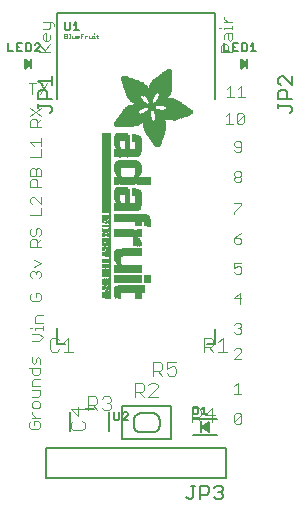
<source format=gbr>
G04 EAGLE Gerber RS-274X export*
G75*
%MOMM*%
%FSLAX34Y34*%
%LPD*%
%INSilkscreen Top*%
%IPPOS*%
%AMOC8*
5,1,8,0,0,1.08239X$1,22.5*%
G01*
%ADD10C,0.101600*%
%ADD11C,0.203200*%
%ADD12C,0.152400*%
%ADD13C,0.050800*%
%ADD14C,0.127000*%
%ADD15R,0.190500X0.889000*%
%ADD16R,0.200000X1.000000*%
%ADD17R,0.016800X6.839700*%
%ADD18R,0.016800X0.268300*%
%ADD19R,0.016800X0.268200*%
%ADD20R,0.016800X0.251500*%
%ADD21R,0.016800X0.301800*%
%ADD22R,0.016800X0.251400*%
%ADD23R,0.016800X0.285000*%
%ADD24R,0.016800X0.301700*%
%ADD25R,0.016800X0.419100*%
%ADD26R,0.016800X0.318500*%
%ADD27R,0.016800X0.586700*%
%ADD28R,0.016800X0.586800*%
%ADD29R,0.016700X6.839700*%
%ADD30R,0.016700X0.268300*%
%ADD31R,0.016700X0.251400*%
%ADD32R,0.016700X0.251500*%
%ADD33R,0.016700X0.301800*%
%ADD34R,0.016700X0.285000*%
%ADD35R,0.016700X0.301700*%
%ADD36R,0.016700X0.419100*%
%ADD37R,0.016700X0.318500*%
%ADD38R,0.016700X0.586700*%
%ADD39R,0.016700X0.586800*%
%ADD40R,0.016800X0.318600*%
%ADD41R,0.016800X0.569900*%
%ADD42R,0.016800X0.335300*%
%ADD43R,0.016800X0.234700*%
%ADD44R,0.016700X0.234700*%
%ADD45R,0.016700X0.016700*%
%ADD46R,0.016700X0.318600*%
%ADD47R,0.016700X0.569900*%
%ADD48R,0.016700X0.335300*%
%ADD49R,0.016800X0.217900*%
%ADD50R,0.016800X0.033500*%
%ADD51R,0.016800X0.570000*%
%ADD52R,0.016700X0.201100*%
%ADD53R,0.016700X0.050300*%
%ADD54R,0.016700X0.670500*%
%ADD55R,0.016700X1.005800*%
%ADD56R,0.016700X0.570000*%
%ADD57R,0.016800X0.201100*%
%ADD58R,0.016800X0.067000*%
%ADD59R,0.016800X0.670500*%
%ADD60R,0.016800X1.005800*%
%ADD61R,0.016800X0.184400*%
%ADD62R,0.016800X0.989000*%
%ADD63R,0.016700X0.184400*%
%ADD64R,0.016700X0.067000*%
%ADD65R,0.016700X0.989000*%
%ADD66R,0.016800X0.167600*%
%ADD67R,0.016800X0.083800*%
%ADD68R,0.016800X0.637000*%
%ADD69R,0.016800X0.955500*%
%ADD70R,0.016800X0.150800*%
%ADD71R,0.016800X0.100600*%
%ADD72R,0.016800X0.536400*%
%ADD73R,0.016800X0.854900*%
%ADD74R,0.016700X0.150800*%
%ADD75R,0.016700X0.100600*%
%ADD76R,0.016700X0.352000*%
%ADD77R,0.016700X0.435900*%
%ADD78R,0.016700X0.402400*%
%ADD79R,0.016700X0.368800*%
%ADD80R,0.016800X0.134100*%
%ADD81R,0.016800X0.117300*%
%ADD82R,0.016800X0.435900*%
%ADD83R,0.016800X0.368900*%
%ADD84R,0.016800X0.603500*%
%ADD85R,0.016700X0.134100*%
%ADD86R,0.016700X0.117300*%
%ADD87R,0.016700X0.452600*%
%ADD88R,0.016700X0.620300*%
%ADD89R,0.016800X0.284900*%
%ADD90R,0.016800X0.486200*%
%ADD91R,0.016800X0.653800*%
%ADD92R,0.016800X0.804700*%
%ADD93R,0.016700X0.150900*%
%ADD94R,0.016700X0.268200*%
%ADD95R,0.016700X0.737600*%
%ADD96R,0.016700X0.603500*%
%ADD97R,0.016700X0.922000*%
%ADD98R,0.016800X0.150900*%
%ADD99R,0.016800X0.821400*%
%ADD100R,0.016800X0.972300*%
%ADD101R,0.016800X0.989100*%
%ADD102R,0.016700X0.083800*%
%ADD103R,0.016700X0.167600*%
%ADD104R,0.016700X0.821400*%
%ADD105R,0.016700X0.989100*%
%ADD106R,0.016700X0.201200*%
%ADD107R,0.016800X0.050300*%
%ADD108R,0.016800X0.201200*%
%ADD109R,0.016700X0.217900*%
%ADD110R,0.016700X0.284900*%
%ADD111R,0.016800X0.352100*%
%ADD112R,0.016800X0.620300*%
%ADD113R,0.016800X0.385600*%
%ADD114R,0.016800X0.335200*%
%ADD115R,0.016700X0.385600*%
%ADD116R,0.016700X0.687400*%
%ADD117R,0.016800X13.998000*%
%ADD118R,0.016700X13.998000*%
%ADD119R,0.016700X0.637000*%
%ADD120R,0.016700X0.486100*%
%ADD121R,0.016700X0.637100*%
%ADD122R,0.016700X0.519700*%
%ADD123R,0.016700X0.536500*%
%ADD124R,0.016800X0.787900*%
%ADD125R,0.016800X0.687400*%
%ADD126R,0.016800X0.771200*%
%ADD127R,0.016800X0.637100*%
%ADD128R,0.016800X0.720800*%
%ADD129R,0.016800X0.704100*%
%ADD130R,0.016800X0.754400*%
%ADD131R,0.016700X0.838200*%
%ADD132R,0.016700X0.871800*%
%ADD133R,0.016700X0.871700*%
%ADD134R,0.016800X0.402400*%
%ADD135R,0.016800X0.922100*%
%ADD136R,0.016800X0.938800*%
%ADD137R,0.016700X0.938800*%
%ADD138R,0.016700X1.022600*%
%ADD139R,0.016700X0.972400*%
%ADD140R,0.016700X0.972300*%
%ADD141R,0.016800X0.469400*%
%ADD142R,0.016800X1.072900*%
%ADD143R,0.016800X1.022600*%
%ADD144R,0.016800X1.005900*%
%ADD145R,0.016800X0.502900*%
%ADD146R,0.016800X1.123200*%
%ADD147R,0.016800X1.056200*%
%ADD148R,0.016800X1.123100*%
%ADD149R,0.016700X1.139900*%
%ADD150R,0.016700X1.089600*%
%ADD151R,0.016800X0.553200*%
%ADD152R,0.016800X1.190200*%
%ADD153R,0.016800X1.190300*%
%ADD154R,0.016800X1.039400*%
%ADD155R,0.016800X1.223700*%
%ADD156R,0.016800X1.173500*%
%ADD157R,0.016800X1.223800*%
%ADD158R,0.016700X1.240500*%
%ADD159R,0.016700X1.173500*%
%ADD160R,0.016700X1.240600*%
%ADD161R,0.016700X1.190300*%
%ADD162R,0.016700X1.056200*%
%ADD163R,0.016800X1.274100*%
%ADD164R,0.016800X1.274000*%
%ADD165R,0.016800X1.307600*%
%ADD166R,0.016800X1.257300*%
%ADD167R,0.016800X1.324400*%
%ADD168R,0.016700X0.687300*%
%ADD169R,0.016700X1.324400*%
%ADD170R,0.016700X1.307500*%
%ADD171R,0.016700X1.274100*%
%ADD172R,0.016700X1.072900*%
%ADD173R,0.016800X2.011600*%
%ADD174R,0.016800X1.324300*%
%ADD175R,0.016800X1.978100*%
%ADD176R,0.016700X2.011600*%
%ADD177R,0.016700X1.357900*%
%ADD178R,0.016700X1.994900*%
%ADD179R,0.016700X1.341200*%
%ADD180R,0.016700X1.089700*%
%ADD181R,0.016800X0.754300*%
%ADD182R,0.016800X1.994900*%
%ADD183R,0.016800X1.995000*%
%ADD184R,0.016800X1.089700*%
%ADD185R,0.016700X0.787900*%
%ADD186R,0.016700X1.995000*%
%ADD187R,0.016800X2.028400*%
%ADD188R,0.016800X2.011700*%
%ADD189R,0.016800X1.106500*%
%ADD190R,0.016700X2.028400*%
%ADD191R,0.016700X2.011700*%
%ADD192R,0.016700X1.106500*%
%ADD193R,0.016800X0.888400*%
%ADD194R,0.016800X0.922000*%
%ADD195R,0.016700X0.938700*%
%ADD196R,0.016800X2.045200*%
%ADD197R,0.016800X0.938700*%
%ADD198R,0.016700X0.670600*%
%ADD199R,0.016700X0.888500*%
%ADD200R,0.016700X2.045200*%
%ADD201R,0.016700X0.888400*%
%ADD202R,0.016800X0.804600*%
%ADD203R,0.016800X2.028500*%
%ADD204R,0.016700X1.056100*%
%ADD205R,0.016700X0.771100*%
%ADD206R,0.016700X0.754300*%
%ADD207R,0.016700X2.028500*%
%ADD208R,0.016700X0.737700*%
%ADD209R,0.016800X1.072800*%
%ADD210R,0.016800X0.871700*%
%ADD211R,0.016800X0.737600*%
%ADD212R,0.016800X0.871800*%
%ADD213R,0.016800X1.089600*%
%ADD214R,0.016800X0.704000*%
%ADD215R,0.016800X0.687300*%
%ADD216R,0.016800X0.670600*%
%ADD217R,0.016700X1.123100*%
%ADD218R,0.016700X0.720800*%
%ADD219R,0.016700X0.653700*%
%ADD220R,0.016700X0.653800*%
%ADD221R,0.016800X1.139900*%
%ADD222R,0.016800X1.173400*%
%ADD223R,0.016700X1.190200*%
%ADD224R,0.016800X1.207000*%
%ADD225R,0.016800X1.240500*%
%ADD226R,0.016700X0.469400*%
%ADD227R,0.016700X1.274000*%
%ADD228R,0.016800X0.519600*%
%ADD229R,0.016800X1.341100*%
%ADD230R,0.016700X0.771200*%
%ADD231R,0.016700X1.374600*%
%ADD232R,0.016800X0.838200*%
%ADD233R,0.016800X1.391400*%
%ADD234R,0.016800X1.424900*%
%ADD235R,0.016700X1.441700*%
%ADD236R,0.016800X1.475200*%
%ADD237R,0.016700X1.491900*%
%ADD238R,0.016800X1.525500*%
%ADD239R,0.016700X1.559000*%
%ADD240R,0.016800X1.575800*%
%ADD241R,0.016700X1.307600*%
%ADD242R,0.016700X1.592500*%
%ADD243R,0.016800X1.374700*%
%ADD244R,0.016800X1.609300*%
%ADD245R,0.016800X1.408200*%
%ADD246R,0.016800X1.626100*%
%ADD247R,0.016700X1.626100*%
%ADD248R,0.016800X1.508800*%
%ADD249R,0.016800X1.659600*%
%ADD250R,0.016800X1.559000*%
%ADD251R,0.016800X1.676400*%
%ADD252R,0.016700X1.575800*%
%ADD253R,0.016700X1.676400*%
%ADD254R,0.016700X1.978100*%
%ADD255R,0.016800X1.693100*%
%ADD256R,0.016800X1.642800*%
%ADD257R,0.016800X1.709900*%
%ADD258R,0.016800X1.961300*%
%ADD259R,0.016700X1.726600*%
%ADD260R,0.016700X1.961300*%
%ADD261R,0.016800X1.693200*%
%ADD262R,0.016800X1.726600*%
%ADD263R,0.016800X1.944600*%
%ADD264R,0.016700X1.726700*%
%ADD265R,0.016700X1.743400*%
%ADD266R,0.016700X1.944600*%
%ADD267R,0.016800X1.726700*%
%ADD268R,0.016800X1.760200*%
%ADD269R,0.016800X1.927800*%
%ADD270R,0.016800X1.911000*%
%ADD271R,0.016700X1.793700*%
%ADD272R,0.016700X1.776900*%
%ADD273R,0.016700X1.911100*%
%ADD274R,0.016700X1.894300*%
%ADD275R,0.016800X1.793800*%
%ADD276R,0.016800X1.776900*%
%ADD277R,0.016800X1.911100*%
%ADD278R,0.016800X1.894300*%
%ADD279R,0.016800X1.827300*%
%ADD280R,0.016800X1.810500*%
%ADD281R,0.016800X1.877500*%
%ADD282R,0.016700X1.844100*%
%ADD283R,0.016700X1.810500*%
%ADD284R,0.016700X1.860800*%
%ADD285R,0.016700X1.844000*%
%ADD286R,0.016800X1.860900*%
%ADD287R,0.016800X1.844000*%
%ADD288R,0.016800X1.827200*%
%ADD289R,0.016800X1.860800*%
%ADD290R,0.016800X1.793700*%
%ADD291R,0.016700X1.877600*%
%ADD292R,0.016700X1.827200*%
%ADD293R,0.016700X1.927800*%
%ADD294R,0.016800X1.927900*%
%ADD295R,0.016700X1.944700*%
%ADD296R,0.016700X1.877500*%
%ADD297R,0.016800X1.961400*%
%ADD298R,0.016700X1.961400*%
%ADD299R,0.016800X1.978200*%
%ADD300R,0.016700X1.911000*%
%ADD301R,0.016800X0.620200*%
%ADD302R,0.016800X1.425000*%
%ADD303R,0.016700X0.620200*%
%ADD304R,0.016700X1.425000*%
%ADD305R,0.016800X0.653700*%
%ADD306R,0.016700X0.704100*%
%ADD307R,0.016700X0.804700*%
%ADD308R,0.016800X0.905200*%
%ADD309R,0.016800X1.894400*%
%ADD310R,0.016700X1.927900*%
%ADD311R,0.016800X1.877600*%
%ADD312R,0.016800X3.889300*%
%ADD313R,0.016700X3.872500*%
%ADD314R,0.016800X3.872500*%
%ADD315R,0.016700X3.855700*%
%ADD316R,0.016700X0.754400*%
%ADD317R,0.016800X3.855700*%
%ADD318R,0.016800X3.839000*%
%ADD319R,0.016800X0.720900*%
%ADD320R,0.016700X3.822200*%
%ADD321R,0.016800X2.715700*%
%ADD322R,0.016800X2.632000*%
%ADD323R,0.016800X1.290800*%
%ADD324R,0.016700X2.615200*%
%ADD325R,0.016700X1.257300*%
%ADD326R,0.016800X2.581700*%
%ADD327R,0.016800X1.240600*%
%ADD328R,0.016800X2.564900*%
%ADD329R,0.016800X1.760300*%
%ADD330R,0.016700X2.531400*%
%ADD331R,0.016700X1.156700*%
%ADD332R,0.016800X2.514600*%
%ADD333R,0.016800X0.955600*%
%ADD334R,0.016800X2.497800*%
%ADD335R,0.016800X1.659700*%
%ADD336R,0.016700X2.464300*%
%ADD337R,0.016700X1.039300*%
%ADD338R,0.016800X2.447500*%
%ADD339R,0.016800X1.592500*%
%ADD340R,0.016800X0.536500*%
%ADD341R,0.016700X2.430800*%
%ADD342R,0.016700X1.559100*%
%ADD343R,0.016700X1.542300*%
%ADD344R,0.016700X0.502900*%
%ADD345R,0.016800X2.414000*%
%ADD346R,0.016800X0.905300*%
%ADD347R,0.016800X1.508700*%
%ADD348R,0.016800X0.888500*%
%ADD349R,0.016800X2.397300*%
%ADD350R,0.016800X1.441700*%
%ADD351R,0.016800X0.452700*%
%ADD352R,0.016700X1.290900*%
%ADD353R,0.016800X1.156700*%
%ADD354R,0.016800X0.855000*%
%ADD355R,0.016700X1.123200*%
%ADD356R,0.016700X0.720900*%
%ADD357R,0.016800X1.106400*%
%ADD358R,0.016700X1.106400*%
%ADD359R,0.016800X0.771100*%
%ADD360R,0.016700X0.435800*%
%ADD361R,0.016700X1.592600*%
%ADD362R,0.016800X0.435800*%
%ADD363R,0.016800X1.642900*%
%ADD364R,0.016800X0.402300*%
%ADD365R,0.016700X1.793800*%
%ADD366R,0.016800X0.368800*%
%ADD367R,0.016800X1.056100*%
%ADD368R,0.016700X1.039400*%
%ADD369R,0.016800X2.078800*%
%ADD370R,0.016700X0.335200*%
%ADD371R,0.016700X2.145800*%
%ADD372R,0.016800X2.162600*%
%ADD373R,0.016800X0.352000*%
%ADD374R,0.016800X2.212800*%
%ADD375R,0.016700X2.279900*%
%ADD376R,0.016800X2.330200*%
%ADD377R,0.016800X2.799500*%
%ADD378R,0.016700X2.816300*%
%ADD379R,0.016700X0.955500*%
%ADD380R,0.016800X2.849900*%
%ADD381R,0.016800X2.916900*%
%ADD382R,0.016700X4.224500*%
%ADD383R,0.016800X4.291600*%
%ADD384R,0.016800X4.409000*%
%ADD385R,0.016700X4.509500*%
%ADD386R,0.016800X4.526300*%
%ADD387R,0.016700X4.626800*%
%ADD388R,0.016800X4.693900*%
%ADD389R,0.016800X4.727400*%
%ADD390R,0.016700X2.548200*%
%ADD391R,0.016700X2.179300*%
%ADD392R,0.016800X2.430800*%
%ADD393R,0.016700X2.414000*%
%ADD394R,0.016800X2.414100*%
%ADD395R,0.016700X2.430700*%
%ADD396R,0.016700X2.447600*%
%ADD397R,0.016800X1.559100*%
%ADD398R,0.016700X1.525500*%
%ADD399R,0.016800X1.492000*%
%ADD400R,0.016800X1.491900*%
%ADD401R,0.016700X1.458500*%
%ADD402R,0.016800X2.061900*%
%ADD403R,0.016700X1.408100*%
%ADD404R,0.016700X0.905200*%
%ADD405R,0.016700X2.112300*%
%ADD406R,0.016800X2.179300*%
%ADD407R,0.016700X1.408200*%
%ADD408R,0.016700X2.212900*%
%ADD409R,0.016800X1.140000*%
%ADD410R,0.016800X3.319300*%
%ADD411R,0.016700X1.374700*%
%ADD412R,0.016700X0.402300*%
%ADD413R,0.016700X3.302500*%
%ADD414R,0.016800X3.285700*%
%ADD415R,0.016800X1.357900*%
%ADD416R,0.016800X3.269000*%
%ADD417R,0.016700X3.285800*%
%ADD418R,0.016800X3.268900*%
%ADD419R,0.016700X0.452700*%
%ADD420R,0.016700X3.268900*%
%ADD421R,0.016700X1.391400*%
%ADD422R,0.016700X3.269000*%
%ADD423R,0.016800X1.374600*%
%ADD424R,0.016800X0.519700*%
%ADD425R,0.016800X3.252200*%
%ADD426R,0.016800X3.235400*%
%ADD427R,0.016700X3.235400*%
%ADD428R,0.016800X3.218600*%
%ADD429R,0.016800X3.201900*%
%ADD430R,0.016700X3.201900*%
%ADD431R,0.016800X1.458500*%
%ADD432R,0.016800X1.525600*%
%ADD433R,0.016800X3.185100*%
%ADD434R,0.016700X2.531300*%
%ADD435R,0.016700X3.168400*%
%ADD436R,0.016800X2.531300*%
%ADD437R,0.016800X3.151600*%
%ADD438R,0.016800X2.548100*%
%ADD439R,0.016800X3.134900*%
%ADD440R,0.016700X2.564900*%
%ADD441R,0.016700X3.118100*%
%ADD442R,0.016800X2.581600*%
%ADD443R,0.016800X3.101400*%
%ADD444R,0.016700X2.598400*%
%ADD445R,0.016700X3.067900*%
%ADD446R,0.016800X2.598400*%
%ADD447R,0.016800X3.034300*%
%ADD448R,0.016800X2.615100*%
%ADD449R,0.016800X3.000800*%
%ADD450R,0.016700X2.631900*%
%ADD451R,0.016700X2.950500*%
%ADD452R,0.016800X2.648700*%
%ADD453R,0.016800X2.900200*%
%ADD454R,0.016800X2.665500*%
%ADD455R,0.016700X2.682200*%
%ADD456R,0.016700X2.799600*%
%ADD457R,0.016800X2.699000*%
%ADD458R,0.016800X2.732500*%
%ADD459R,0.016700X2.749300*%
%ADD460R,0.016700X2.632000*%
%ADD461R,0.016800X2.749300*%
%ADD462R,0.016700X2.766100*%
%ADD463R,0.016800X2.766100*%
%ADD464R,0.016800X2.481100*%
%ADD465R,0.016800X2.782900*%
%ADD466R,0.016700X2.380500*%
%ADD467R,0.016800X2.833100*%
%ADD468R,0.016800X1.592600*%
%ADD469R,0.016700X2.849900*%
%ADD470R,0.016800X2.883400*%
%ADD471R,0.016700X2.917000*%
%ADD472R,0.016800X2.933700*%
%ADD473R,0.016800X2.967200*%
%ADD474R,0.016700X2.967200*%
%ADD475R,0.016700X3.017500*%
%ADD476R,0.016800X3.051000*%
%ADD477R,0.016800X0.788000*%
%ADD478R,0.016800X3.084600*%
%ADD479R,0.016700X2.397300*%
%ADD480R,0.016800X2.397200*%
%ADD481R,0.016700X1.760200*%
%ADD482R,0.016700X2.397200*%
%ADD483R,0.016700X1.827300*%
%ADD484R,0.016800X2.380500*%
%ADD485R,0.016800X2.363700*%
%ADD486R,0.016700X2.363700*%
%ADD487R,0.016800X2.346900*%
%ADD488R,0.016700X2.296600*%
%ADD489R,0.016800X2.279900*%
%ADD490R,0.016800X2.246300*%
%ADD491R,0.016700X2.229600*%
%ADD492R,0.016800X2.129100*%
%ADD493R,0.016800X2.112300*%
%ADD494R,0.016700X1.609300*%
%ADD495R,0.016800X1.743400*%
%ADD496R,0.016700X1.693100*%
%ADD497R,0.016700X1.659700*%
%ADD498R,0.016800X1.575900*%
%ADD499R,0.016700X1.575900*%
%ADD500R,0.016700X1.475200*%
%ADD501R,0.016700X1.324300*%
%ADD502R,0.016700X1.290800*%
%ADD503R,0.016700X1.207000*%
%ADD504R,0.016700X0.854900*%
%ADD505R,0.016700X0.821500*%
%ADD506R,0.016800X0.821500*%
%ADD507R,0.016800X0.218000*%

G36*
X20377Y345954D02*
X20377Y345954D01*
X20395Y345952D01*
X20497Y345980D01*
X20600Y346002D01*
X20615Y346011D01*
X20632Y346016D01*
X20777Y346101D01*
X25857Y349911D01*
X25860Y349914D01*
X25864Y349916D01*
X25945Y350003D01*
X26027Y350088D01*
X26029Y350092D01*
X26032Y350095D01*
X26082Y350204D01*
X26132Y350311D01*
X26132Y350315D01*
X26134Y350319D01*
X26147Y350437D01*
X26160Y350555D01*
X26160Y350559D01*
X26160Y350564D01*
X26134Y350680D01*
X26110Y350796D01*
X26107Y350800D01*
X26106Y350804D01*
X26045Y350906D01*
X25985Y351008D01*
X25981Y351011D01*
X25979Y351014D01*
X25857Y351129D01*
X20777Y354939D01*
X20761Y354947D01*
X20748Y354960D01*
X20733Y354967D01*
X20725Y354973D01*
X20675Y354993D01*
X20652Y355004D01*
X20559Y355053D01*
X20541Y355056D01*
X20525Y355063D01*
X20420Y355075D01*
X20316Y355091D01*
X20298Y355088D01*
X20281Y355090D01*
X20178Y355068D01*
X20073Y355050D01*
X20058Y355042D01*
X20040Y355038D01*
X19950Y354984D01*
X19857Y354934D01*
X19844Y354921D01*
X19829Y354912D01*
X19760Y354832D01*
X19688Y354755D01*
X19681Y354738D01*
X19669Y354725D01*
X19630Y354627D01*
X19586Y354531D01*
X19584Y354513D01*
X19577Y354497D01*
X19559Y354330D01*
X19559Y346710D01*
X19562Y346692D01*
X19560Y346675D01*
X19581Y346571D01*
X19599Y346467D01*
X19607Y346452D01*
X19611Y346434D01*
X19664Y346343D01*
X19714Y346250D01*
X19726Y346238D01*
X19736Y346222D01*
X19815Y346153D01*
X19892Y346081D01*
X19908Y346073D01*
X19922Y346061D01*
X20019Y346021D01*
X20115Y345977D01*
X20133Y345975D01*
X20149Y345968D01*
X20255Y345961D01*
X20359Y345950D01*
X20377Y345954D01*
G37*
G36*
X203257Y345954D02*
X203257Y345954D01*
X203275Y345952D01*
X203377Y345980D01*
X203480Y346002D01*
X203495Y346011D01*
X203512Y346016D01*
X203657Y346101D01*
X208737Y349911D01*
X208740Y349914D01*
X208744Y349916D01*
X208825Y350003D01*
X208907Y350088D01*
X208909Y350092D01*
X208912Y350095D01*
X208962Y350204D01*
X209012Y350311D01*
X209012Y350315D01*
X209014Y350319D01*
X209027Y350437D01*
X209040Y350555D01*
X209040Y350559D01*
X209040Y350564D01*
X209014Y350680D01*
X208990Y350796D01*
X208987Y350800D01*
X208986Y350804D01*
X208925Y350906D01*
X208865Y351008D01*
X208861Y351011D01*
X208859Y351014D01*
X208737Y351129D01*
X203657Y354939D01*
X203641Y354947D01*
X203628Y354960D01*
X203613Y354967D01*
X203605Y354973D01*
X203555Y354993D01*
X203532Y355004D01*
X203439Y355053D01*
X203421Y355056D01*
X203405Y355063D01*
X203300Y355075D01*
X203196Y355091D01*
X203178Y355088D01*
X203161Y355090D01*
X203058Y355068D01*
X202953Y355050D01*
X202938Y355042D01*
X202920Y355038D01*
X202830Y354984D01*
X202737Y354934D01*
X202724Y354921D01*
X202709Y354912D01*
X202640Y354832D01*
X202568Y354755D01*
X202561Y354738D01*
X202549Y354725D01*
X202510Y354627D01*
X202466Y354531D01*
X202464Y354513D01*
X202457Y354497D01*
X202439Y354330D01*
X202439Y346710D01*
X202442Y346692D01*
X202440Y346675D01*
X202461Y346571D01*
X202479Y346467D01*
X202487Y346452D01*
X202491Y346434D01*
X202544Y346343D01*
X202594Y346250D01*
X202606Y346238D01*
X202616Y346222D01*
X202695Y346153D01*
X202772Y346081D01*
X202788Y346073D01*
X202802Y346061D01*
X202899Y346021D01*
X202995Y345977D01*
X203013Y345975D01*
X203029Y345968D01*
X203135Y345961D01*
X203239Y345950D01*
X203257Y345954D01*
G37*
G36*
X174765Y40173D02*
X174765Y40173D01*
X174836Y40171D01*
X174905Y40189D01*
X174976Y40198D01*
X175042Y40225D01*
X175111Y40243D01*
X175172Y40280D01*
X175238Y40307D01*
X175294Y40352D01*
X175356Y40389D01*
X175405Y40440D01*
X175460Y40485D01*
X175501Y40544D01*
X175550Y40596D01*
X175583Y40659D01*
X175624Y40717D01*
X175647Y40785D01*
X175680Y40849D01*
X175690Y40908D01*
X175717Y40986D01*
X175723Y41105D01*
X175735Y41180D01*
X175735Y45180D01*
X175725Y45251D01*
X175725Y45323D01*
X175705Y45391D01*
X175695Y45462D01*
X175666Y45527D01*
X175646Y45596D01*
X175608Y45656D01*
X175579Y45721D01*
X175533Y45776D01*
X175495Y45836D01*
X175442Y45884D01*
X175396Y45938D01*
X175336Y45978D01*
X175282Y46025D01*
X175218Y46056D01*
X175159Y46096D01*
X175091Y46117D01*
X175026Y46148D01*
X174956Y46160D01*
X174888Y46181D01*
X174816Y46183D01*
X174746Y46195D01*
X174675Y46187D01*
X174604Y46189D01*
X174534Y46170D01*
X174463Y46162D01*
X174408Y46137D01*
X174329Y46117D01*
X174226Y46056D01*
X174157Y46025D01*
X171157Y44025D01*
X171070Y43948D01*
X170980Y43875D01*
X170965Y43853D01*
X170945Y43835D01*
X170883Y43738D01*
X170816Y43643D01*
X170808Y43617D01*
X170793Y43595D01*
X170761Y43484D01*
X170723Y43374D01*
X170722Y43347D01*
X170715Y43322D01*
X170715Y43206D01*
X170709Y43090D01*
X170715Y43064D01*
X170715Y43037D01*
X170747Y42926D01*
X170773Y42813D01*
X170786Y42790D01*
X170794Y42764D01*
X170856Y42666D01*
X170912Y42565D01*
X170930Y42549D01*
X170945Y42524D01*
X171153Y42339D01*
X171157Y42335D01*
X174157Y40335D01*
X174221Y40304D01*
X174281Y40265D01*
X174349Y40243D01*
X174413Y40212D01*
X174484Y40200D01*
X174552Y40179D01*
X174623Y40177D01*
X174694Y40165D01*
X174765Y40173D01*
G37*
D10*
X191008Y329189D02*
X194059Y332240D01*
X194059Y323088D01*
X197109Y323088D02*
X191008Y323088D01*
X200363Y329189D02*
X203414Y332240D01*
X203414Y323088D01*
X206464Y323088D02*
X200363Y323088D01*
X193128Y309380D02*
X190078Y306329D01*
X193128Y309380D02*
X193128Y300228D01*
X190078Y300228D02*
X196179Y300228D01*
X199433Y301753D02*
X199433Y307855D01*
X200958Y309380D01*
X204009Y309380D01*
X205534Y307855D01*
X205534Y301753D01*
X204009Y300228D01*
X200958Y300228D01*
X199433Y301753D01*
X205534Y307855D01*
X197358Y277623D02*
X198883Y276098D01*
X201934Y276098D01*
X203459Y277623D01*
X203459Y283725D01*
X201934Y285250D01*
X198883Y285250D01*
X197358Y283725D01*
X197358Y282199D01*
X198883Y280674D01*
X203459Y280674D01*
X198883Y259850D02*
X197358Y258325D01*
X198883Y259850D02*
X201934Y259850D01*
X203459Y258325D01*
X203459Y256799D01*
X201934Y255274D01*
X203459Y253749D01*
X203459Y252223D01*
X201934Y250698D01*
X198883Y250698D01*
X197358Y252223D01*
X197358Y253749D01*
X198883Y255274D01*
X197358Y256799D01*
X197358Y258325D01*
X198883Y255274D02*
X201934Y255274D01*
X203459Y233180D02*
X197358Y233180D01*
X203459Y233180D02*
X203459Y231655D01*
X197358Y225553D01*
X197358Y224028D01*
X203459Y207780D02*
X200409Y206255D01*
X197358Y203204D01*
X197358Y200153D01*
X198883Y198628D01*
X201934Y198628D01*
X203459Y200153D01*
X203459Y201679D01*
X201934Y203204D01*
X197358Y203204D01*
X197358Y182380D02*
X203459Y182380D01*
X197358Y182380D02*
X197358Y177804D01*
X200409Y179329D01*
X201934Y179329D01*
X203459Y177804D01*
X203459Y174753D01*
X201934Y173228D01*
X198883Y173228D01*
X197358Y174753D01*
X201934Y156980D02*
X201934Y147828D01*
X197358Y152404D02*
X201934Y156980D01*
X203459Y152404D02*
X197358Y152404D01*
X198883Y131580D02*
X197358Y130055D01*
X198883Y131580D02*
X201934Y131580D01*
X203459Y130055D01*
X203459Y128529D01*
X201934Y127004D01*
X200409Y127004D01*
X201934Y127004D02*
X203459Y125479D01*
X203459Y123953D01*
X201934Y122428D01*
X198883Y122428D01*
X197358Y123953D01*
X197358Y100838D02*
X203459Y100838D01*
X197358Y100838D02*
X203459Y106939D01*
X203459Y108465D01*
X201934Y109990D01*
X198883Y109990D01*
X197358Y108465D01*
X200409Y80780D02*
X197358Y77729D01*
X200409Y80780D02*
X200409Y71628D01*
X203459Y71628D02*
X197358Y71628D01*
X197358Y53855D02*
X197358Y47753D01*
X197358Y53855D02*
X198883Y55380D01*
X201934Y55380D01*
X203459Y53855D01*
X203459Y47753D01*
X201934Y46228D01*
X198883Y46228D01*
X197358Y47753D01*
X203459Y53855D01*
X26419Y325628D02*
X26419Y334780D01*
X29469Y334780D02*
X23368Y334780D01*
X32723Y334780D02*
X38824Y325628D01*
X32723Y325628D02*
X38824Y334780D01*
X33782Y297688D02*
X24630Y297688D01*
X24630Y302264D01*
X26156Y303789D01*
X29206Y303789D01*
X30731Y302264D01*
X30731Y297688D01*
X30731Y300739D02*
X33782Y303789D01*
X33782Y313144D02*
X24630Y307043D01*
X24630Y313144D02*
X33782Y307043D01*
X33782Y272288D02*
X24630Y272288D01*
X33782Y272288D02*
X33782Y278389D01*
X27681Y281643D02*
X24630Y284694D01*
X33782Y284694D01*
X33782Y287744D02*
X33782Y281643D01*
X33782Y246888D02*
X24630Y246888D01*
X24630Y251464D01*
X26156Y252989D01*
X29206Y252989D01*
X30731Y251464D01*
X30731Y246888D01*
X33782Y256243D02*
X24630Y256243D01*
X24630Y260819D01*
X26156Y262344D01*
X27681Y262344D01*
X29206Y260819D01*
X30731Y262344D01*
X32257Y262344D01*
X33782Y260819D01*
X33782Y256243D01*
X29206Y256243D02*
X29206Y260819D01*
X24630Y222758D02*
X33782Y222758D01*
X33782Y228859D01*
X33782Y232113D02*
X33782Y238214D01*
X33782Y232113D02*
X27681Y238214D01*
X26156Y238214D01*
X24630Y236689D01*
X24630Y233638D01*
X26156Y232113D01*
X24630Y196088D02*
X33782Y196088D01*
X24630Y196088D02*
X24630Y200664D01*
X26156Y202189D01*
X29206Y202189D01*
X30731Y200664D01*
X30731Y196088D01*
X30731Y199139D02*
X33782Y202189D01*
X24630Y210019D02*
X26156Y211544D01*
X24630Y210019D02*
X24630Y206968D01*
X26156Y205443D01*
X27681Y205443D01*
X29206Y206968D01*
X29206Y210019D01*
X30731Y211544D01*
X32257Y211544D01*
X33782Y210019D01*
X33782Y206968D01*
X32257Y205443D01*
X24630Y170943D02*
X26156Y169418D01*
X24630Y170943D02*
X24630Y173994D01*
X26156Y175519D01*
X27681Y175519D01*
X29206Y173994D01*
X29206Y172469D01*
X29206Y173994D02*
X30731Y175519D01*
X32257Y175519D01*
X33782Y173994D01*
X33782Y170943D01*
X32257Y169418D01*
X27681Y178773D02*
X33782Y181824D01*
X27681Y184874D01*
X26156Y156469D02*
X24630Y154944D01*
X24630Y151893D01*
X26156Y150368D01*
X32257Y150368D01*
X33782Y151893D01*
X33782Y154944D01*
X32257Y156469D01*
X29206Y156469D01*
X29206Y153419D01*
X32001Y116078D02*
X25900Y116078D01*
X32001Y116078D02*
X35052Y119129D01*
X32001Y122179D01*
X25900Y122179D01*
X28951Y125433D02*
X28951Y126958D01*
X35052Y126958D01*
X35052Y125433D02*
X35052Y128484D01*
X25900Y126958D02*
X24375Y126958D01*
X28951Y131670D02*
X35052Y131670D01*
X28951Y131670D02*
X28951Y136246D01*
X30476Y137771D01*
X35052Y137771D01*
X24886Y48092D02*
X23360Y46567D01*
X23360Y43516D01*
X24886Y41991D01*
X30987Y41991D01*
X32512Y43516D01*
X32512Y46567D01*
X30987Y48092D01*
X27936Y48092D01*
X27936Y45041D01*
X26411Y51346D02*
X32512Y51346D01*
X29461Y51346D02*
X26411Y54397D01*
X26411Y55922D01*
X32512Y60667D02*
X32512Y63718D01*
X30987Y65243D01*
X27936Y65243D01*
X26411Y63718D01*
X26411Y60667D01*
X27936Y59142D01*
X30987Y59142D01*
X32512Y60667D01*
X30987Y68497D02*
X26411Y68497D01*
X30987Y68497D02*
X32512Y70022D01*
X32512Y74598D01*
X26411Y74598D01*
X26411Y77852D02*
X32512Y77852D01*
X26411Y77852D02*
X26411Y82428D01*
X27936Y83954D01*
X32512Y83954D01*
X32512Y93309D02*
X23360Y93309D01*
X32512Y93309D02*
X32512Y88733D01*
X30987Y87208D01*
X27936Y87208D01*
X26411Y88733D01*
X26411Y93309D01*
X32512Y96563D02*
X32512Y101139D01*
X30987Y102664D01*
X29461Y101139D01*
X29461Y98088D01*
X27936Y96563D01*
X26411Y98088D01*
X26411Y102664D01*
X185920Y361188D02*
X195072Y361188D01*
X185920Y361188D02*
X185920Y365764D01*
X187446Y367289D01*
X190496Y367289D01*
X192021Y365764D01*
X192021Y361188D01*
X188971Y372068D02*
X188971Y375119D01*
X190496Y376644D01*
X195072Y376644D01*
X195072Y372068D01*
X193547Y370543D01*
X192021Y372068D01*
X192021Y376644D01*
X188971Y379898D02*
X188971Y381424D01*
X195072Y381424D01*
X195072Y382949D02*
X195072Y379898D01*
X185920Y381424D02*
X184395Y381424D01*
X188971Y386135D02*
X195072Y386135D01*
X192021Y386135D02*
X188971Y389186D01*
X188971Y390711D01*
X41402Y361188D02*
X32250Y361188D01*
X38351Y361188D02*
X32250Y367289D01*
X36826Y362713D02*
X41402Y367289D01*
X41402Y372068D02*
X41402Y375119D01*
X41402Y372068D02*
X39877Y370543D01*
X36826Y370543D01*
X35301Y372068D01*
X35301Y375119D01*
X36826Y376644D01*
X38351Y376644D01*
X38351Y370543D01*
X39877Y379898D02*
X35301Y379898D01*
X39877Y379898D02*
X41402Y381424D01*
X41402Y386000D01*
X42927Y386000D02*
X35301Y386000D01*
X42927Y386000D02*
X44453Y384474D01*
X44453Y382949D01*
D11*
X47300Y394000D02*
X181300Y394000D01*
X47300Y394000D02*
X47300Y321000D01*
X181300Y321000D02*
X181300Y394000D01*
X47300Y127000D02*
X47300Y114000D01*
X54300Y114000D01*
X181300Y114000D02*
X181300Y126000D01*
X181300Y114000D02*
X174300Y114000D01*
D12*
X54102Y380324D02*
X54102Y385832D01*
X54102Y380324D02*
X55204Y379222D01*
X57407Y379222D01*
X58508Y380324D01*
X58508Y385832D01*
X61586Y383628D02*
X63789Y385832D01*
X63789Y379222D01*
X61586Y379222D02*
X65993Y379222D01*
D13*
X53594Y375923D02*
X53594Y372364D01*
X53594Y375923D02*
X55374Y375923D01*
X55967Y375330D01*
X55967Y374737D01*
X55374Y374144D01*
X55967Y373550D01*
X55967Y372957D01*
X55374Y372364D01*
X53594Y372364D01*
X53594Y374144D02*
X55374Y374144D01*
X57336Y375923D02*
X57929Y375923D01*
X57929Y372364D01*
X57336Y372364D02*
X58522Y372364D01*
X59831Y372957D02*
X59831Y374737D01*
X59831Y372957D02*
X60424Y372364D01*
X62203Y372364D01*
X62203Y374737D01*
X64166Y372364D02*
X65352Y372364D01*
X64166Y372364D02*
X63573Y372957D01*
X63573Y374144D01*
X64166Y374737D01*
X65352Y374737D01*
X65946Y374144D01*
X65946Y373550D01*
X63573Y373550D01*
X67315Y372364D02*
X67315Y375923D01*
X69688Y375923D01*
X68501Y374144D02*
X67315Y374144D01*
X71057Y374737D02*
X71057Y372364D01*
X71057Y373550D02*
X72243Y374737D01*
X72836Y374737D01*
X74175Y374737D02*
X74175Y372957D01*
X74769Y372364D01*
X76548Y372364D01*
X76548Y374737D01*
X77917Y374737D02*
X78511Y374737D01*
X78511Y372364D01*
X79104Y372364D02*
X77917Y372364D01*
X78511Y375923D02*
X78511Y376516D01*
X81005Y375330D02*
X81005Y372957D01*
X81598Y372364D01*
X81598Y374737D02*
X80412Y374737D01*
D10*
X171958Y118882D02*
X171958Y107188D01*
X171958Y118882D02*
X177805Y118882D01*
X179754Y116933D01*
X179754Y113035D01*
X177805Y111086D01*
X171958Y111086D01*
X175856Y111086D02*
X179754Y107188D01*
X183652Y114984D02*
X187550Y118882D01*
X187550Y107188D01*
X183652Y107188D02*
X191448Y107188D01*
D14*
X190500Y0D02*
X38100Y0D01*
X38100Y25400D01*
X190500Y25400D01*
X190500Y0D01*
X158722Y-17653D02*
X156815Y-15746D01*
X158722Y-17653D02*
X160628Y-17653D01*
X162535Y-15746D01*
X162535Y-6213D01*
X160628Y-6213D02*
X164442Y-6213D01*
X168509Y-6213D02*
X168509Y-17653D01*
X168509Y-6213D02*
X174229Y-6213D01*
X176136Y-8120D01*
X176136Y-11933D01*
X174229Y-13840D01*
X168509Y-13840D01*
X180203Y-8120D02*
X182110Y-6213D01*
X185923Y-6213D01*
X187829Y-8120D01*
X187829Y-10027D01*
X185923Y-11933D01*
X184016Y-11933D01*
X185923Y-11933D02*
X187829Y-13840D01*
X187829Y-15746D01*
X185923Y-17653D01*
X182110Y-17653D01*
X180203Y-15746D01*
D11*
X58430Y40260D02*
X58430Y56260D01*
X91430Y56260D02*
X91430Y40260D01*
X78930Y58760D02*
X70930Y58760D01*
D12*
X95472Y55632D02*
X95472Y50124D01*
X96574Y49022D01*
X98777Y49022D01*
X99878Y50124D01*
X99878Y55632D01*
X102956Y49022D02*
X107363Y49022D01*
X107363Y53428D02*
X102956Y49022D01*
X107363Y53428D02*
X107363Y54530D01*
X106261Y55632D01*
X104058Y55632D01*
X102956Y54530D01*
D14*
X102190Y32990D02*
X144190Y32990D01*
X102190Y32990D02*
X102190Y60990D01*
X144190Y60990D01*
X144190Y32990D01*
X134190Y48990D02*
X134188Y49142D01*
X134182Y49294D01*
X134173Y49446D01*
X134159Y49597D01*
X134142Y49748D01*
X134121Y49899D01*
X134096Y50049D01*
X134067Y50198D01*
X134035Y50346D01*
X133998Y50494D01*
X133959Y50641D01*
X133915Y50786D01*
X133867Y50931D01*
X133817Y51074D01*
X133762Y51216D01*
X133704Y51356D01*
X133642Y51495D01*
X133577Y51632D01*
X133508Y51768D01*
X133436Y51902D01*
X133361Y52034D01*
X133282Y52164D01*
X133200Y52292D01*
X133115Y52418D01*
X133026Y52541D01*
X132935Y52663D01*
X132840Y52782D01*
X132743Y52898D01*
X132642Y53012D01*
X132539Y53124D01*
X132433Y53233D01*
X132324Y53339D01*
X132212Y53442D01*
X132098Y53543D01*
X131982Y53640D01*
X131863Y53735D01*
X131741Y53826D01*
X131618Y53915D01*
X131492Y54000D01*
X131364Y54082D01*
X131234Y54161D01*
X131102Y54236D01*
X130968Y54308D01*
X130832Y54377D01*
X130695Y54442D01*
X130556Y54504D01*
X130416Y54562D01*
X130274Y54617D01*
X130131Y54667D01*
X129986Y54715D01*
X129841Y54759D01*
X129694Y54798D01*
X129546Y54835D01*
X129398Y54867D01*
X129249Y54896D01*
X129099Y54921D01*
X128948Y54942D01*
X128797Y54959D01*
X128646Y54973D01*
X128494Y54982D01*
X128342Y54988D01*
X128190Y54990D01*
X134190Y48990D02*
X134190Y44990D01*
X134188Y44838D01*
X134182Y44686D01*
X134173Y44534D01*
X134159Y44383D01*
X134142Y44232D01*
X134121Y44081D01*
X134096Y43931D01*
X134067Y43782D01*
X134035Y43634D01*
X133998Y43486D01*
X133959Y43339D01*
X133915Y43194D01*
X133867Y43049D01*
X133817Y42906D01*
X133762Y42764D01*
X133704Y42624D01*
X133642Y42485D01*
X133577Y42348D01*
X133508Y42212D01*
X133436Y42078D01*
X133361Y41946D01*
X133282Y41816D01*
X133200Y41688D01*
X133115Y41562D01*
X133026Y41439D01*
X132935Y41317D01*
X132840Y41198D01*
X132743Y41082D01*
X132642Y40968D01*
X132539Y40856D01*
X132433Y40747D01*
X132324Y40641D01*
X132212Y40538D01*
X132098Y40437D01*
X131982Y40340D01*
X131863Y40245D01*
X131741Y40154D01*
X131618Y40065D01*
X131492Y39980D01*
X131364Y39898D01*
X131234Y39819D01*
X131102Y39744D01*
X130968Y39672D01*
X130832Y39603D01*
X130695Y39538D01*
X130556Y39476D01*
X130416Y39418D01*
X130274Y39363D01*
X130131Y39313D01*
X129986Y39265D01*
X129841Y39221D01*
X129694Y39182D01*
X129546Y39145D01*
X129398Y39113D01*
X129249Y39084D01*
X129099Y39059D01*
X128948Y39038D01*
X128797Y39021D01*
X128646Y39007D01*
X128494Y38998D01*
X128342Y38992D01*
X128190Y38990D01*
X118190Y38990D01*
X118038Y38992D01*
X117886Y38998D01*
X117734Y39007D01*
X117583Y39021D01*
X117432Y39038D01*
X117281Y39059D01*
X117131Y39084D01*
X116982Y39113D01*
X116834Y39145D01*
X116686Y39182D01*
X116539Y39221D01*
X116394Y39265D01*
X116249Y39313D01*
X116106Y39363D01*
X115964Y39418D01*
X115824Y39476D01*
X115685Y39538D01*
X115548Y39603D01*
X115412Y39672D01*
X115278Y39744D01*
X115146Y39819D01*
X115016Y39898D01*
X114888Y39980D01*
X114762Y40065D01*
X114639Y40154D01*
X114517Y40245D01*
X114398Y40340D01*
X114282Y40437D01*
X114168Y40538D01*
X114056Y40641D01*
X113947Y40747D01*
X113841Y40856D01*
X113738Y40968D01*
X113637Y41082D01*
X113540Y41198D01*
X113445Y41317D01*
X113354Y41439D01*
X113265Y41562D01*
X113180Y41688D01*
X113098Y41816D01*
X113019Y41946D01*
X112944Y42078D01*
X112872Y42212D01*
X112803Y42348D01*
X112738Y42485D01*
X112676Y42624D01*
X112618Y42764D01*
X112563Y42906D01*
X112513Y43049D01*
X112465Y43194D01*
X112421Y43339D01*
X112382Y43486D01*
X112345Y43634D01*
X112313Y43782D01*
X112284Y43931D01*
X112259Y44081D01*
X112238Y44232D01*
X112221Y44383D01*
X112207Y44534D01*
X112198Y44686D01*
X112192Y44838D01*
X112190Y44990D01*
X112190Y48990D01*
X112192Y49142D01*
X112198Y49294D01*
X112207Y49446D01*
X112221Y49597D01*
X112238Y49748D01*
X112259Y49899D01*
X112284Y50049D01*
X112313Y50198D01*
X112345Y50346D01*
X112382Y50494D01*
X112421Y50641D01*
X112465Y50786D01*
X112513Y50931D01*
X112563Y51074D01*
X112618Y51216D01*
X112676Y51356D01*
X112738Y51495D01*
X112803Y51632D01*
X112872Y51768D01*
X112944Y51902D01*
X113019Y52034D01*
X113098Y52164D01*
X113180Y52292D01*
X113265Y52418D01*
X113354Y52541D01*
X113445Y52663D01*
X113540Y52782D01*
X113637Y52898D01*
X113738Y53012D01*
X113841Y53124D01*
X113947Y53233D01*
X114056Y53339D01*
X114168Y53442D01*
X114282Y53543D01*
X114398Y53640D01*
X114517Y53735D01*
X114639Y53826D01*
X114762Y53915D01*
X114888Y54000D01*
X115016Y54082D01*
X115146Y54161D01*
X115278Y54236D01*
X115412Y54308D01*
X115548Y54377D01*
X115685Y54442D01*
X115824Y54504D01*
X115964Y54562D01*
X116106Y54617D01*
X116249Y54667D01*
X116394Y54715D01*
X116539Y54759D01*
X116686Y54798D01*
X116834Y54835D01*
X116982Y54867D01*
X117131Y54896D01*
X117281Y54921D01*
X117432Y54942D01*
X117583Y54959D01*
X117734Y54973D01*
X117886Y54982D01*
X118038Y54988D01*
X118190Y54990D01*
X128190Y54990D01*
D15*
X208098Y350520D03*
D12*
X188722Y361442D02*
X188722Y368052D01*
X188722Y361442D02*
X193128Y361442D01*
X196206Y368052D02*
X200613Y368052D01*
X196206Y368052D02*
X196206Y361442D01*
X200613Y361442D01*
X198409Y364747D02*
X196206Y364747D01*
X203690Y368052D02*
X203690Y361442D01*
X206995Y361442D01*
X208097Y362544D01*
X208097Y366950D01*
X206995Y368052D01*
X203690Y368052D01*
X211174Y365848D02*
X213378Y368052D01*
X213378Y361442D01*
X215581Y361442D02*
X211174Y361442D01*
D10*
X113010Y80782D02*
X113010Y69088D01*
X113010Y80782D02*
X118857Y80782D01*
X120806Y78833D01*
X120806Y74935D01*
X118857Y72986D01*
X113010Y72986D01*
X116908Y72986D02*
X120806Y69088D01*
X124704Y69088D02*
X132500Y69088D01*
X124704Y69088D02*
X132500Y76884D01*
X132500Y78833D01*
X130551Y80782D01*
X126653Y80782D01*
X124704Y78833D01*
D15*
X25218Y350520D03*
D12*
X5842Y361442D02*
X5842Y368052D01*
X5842Y361442D02*
X10248Y361442D01*
X13326Y368052D02*
X17733Y368052D01*
X13326Y368052D02*
X13326Y361442D01*
X17733Y361442D01*
X15529Y364747D02*
X13326Y364747D01*
X20810Y368052D02*
X20810Y361442D01*
X24115Y361442D01*
X25217Y362544D01*
X25217Y366950D01*
X24115Y368052D01*
X20810Y368052D01*
X28294Y361442D02*
X32701Y361442D01*
X32701Y365848D02*
X28294Y361442D01*
X32701Y365848D02*
X32701Y366950D01*
X31599Y368052D01*
X29396Y368052D01*
X28294Y366950D01*
D10*
X73640Y69352D02*
X73640Y57658D01*
X73640Y69352D02*
X79487Y69352D01*
X81436Y67403D01*
X81436Y63505D01*
X79487Y61556D01*
X73640Y61556D01*
X77538Y61556D02*
X81436Y57658D01*
X85334Y67403D02*
X87283Y69352D01*
X91181Y69352D01*
X93130Y67403D01*
X93130Y65454D01*
X91181Y63505D01*
X89232Y63505D01*
X91181Y63505D02*
X93130Y61556D01*
X93130Y59607D01*
X91181Y57658D01*
X87283Y57658D01*
X85334Y59607D01*
X161270Y59192D02*
X161270Y47498D01*
X161270Y59192D02*
X167117Y59192D01*
X169066Y57243D01*
X169066Y53345D01*
X167117Y51396D01*
X161270Y51396D01*
X165168Y51396D02*
X169066Y47498D01*
X178811Y47498D02*
X178811Y59192D01*
X172964Y53345D01*
X180760Y53345D01*
D11*
X182720Y50180D02*
X162720Y50180D01*
X162720Y36180D02*
X182720Y36180D01*
X176220Y47180D02*
X170220Y43180D01*
X176220Y47180D02*
X176220Y39180D01*
X170220Y43180D01*
D16*
X169220Y43180D03*
D12*
X162482Y53942D02*
X162482Y60552D01*
X162482Y53942D02*
X165787Y53942D01*
X166888Y55044D01*
X166888Y59450D01*
X165787Y60552D01*
X162482Y60552D01*
X169966Y58348D02*
X172169Y60552D01*
X172169Y53942D01*
X169966Y53942D02*
X174373Y53942D01*
D14*
X41146Y309215D02*
X43053Y311122D01*
X43053Y313028D01*
X41146Y314935D01*
X31613Y314935D01*
X31613Y313028D02*
X31613Y316842D01*
X31613Y320909D02*
X43053Y320909D01*
X31613Y320909D02*
X31613Y326629D01*
X33520Y328536D01*
X37333Y328536D01*
X39240Y326629D01*
X39240Y320909D01*
X35427Y332603D02*
X31613Y336416D01*
X43053Y336416D01*
X43053Y332603D02*
X43053Y340229D01*
X244346Y309215D02*
X246253Y311122D01*
X246253Y313028D01*
X244346Y314935D01*
X234813Y314935D01*
X234813Y313028D02*
X234813Y316842D01*
X234813Y320909D02*
X246253Y320909D01*
X234813Y320909D02*
X234813Y326629D01*
X236720Y328536D01*
X240533Y328536D01*
X242440Y326629D01*
X242440Y320909D01*
X246253Y332603D02*
X246253Y340229D01*
X246253Y332603D02*
X238627Y340229D01*
X236720Y340229D01*
X234813Y338323D01*
X234813Y334510D01*
X236720Y332603D01*
D10*
X128778Y98562D02*
X128778Y86868D01*
X128778Y98562D02*
X134625Y98562D01*
X136574Y96613D01*
X136574Y92715D01*
X134625Y90766D01*
X128778Y90766D01*
X132676Y90766D02*
X136574Y86868D01*
X140472Y98562D02*
X148268Y98562D01*
X140472Y98562D02*
X140472Y92715D01*
X144370Y94664D01*
X146319Y94664D01*
X148268Y92715D01*
X148268Y88817D01*
X146319Y86868D01*
X142421Y86868D01*
X140472Y88817D01*
X48944Y116933D02*
X46995Y118882D01*
X43097Y118882D01*
X41148Y116933D01*
X41148Y109137D01*
X43097Y107188D01*
X46995Y107188D01*
X48944Y109137D01*
X52842Y114984D02*
X56740Y118882D01*
X56740Y107188D01*
X52842Y107188D02*
X60638Y107188D01*
X60867Y48416D02*
X58918Y46467D01*
X58918Y42569D01*
X60867Y40620D01*
X68663Y40620D01*
X70612Y42569D01*
X70612Y46467D01*
X68663Y48416D01*
X70612Y58161D02*
X58918Y58161D01*
X64765Y52314D01*
X64765Y60110D01*
D17*
X86360Y258042D03*
D18*
X86360Y221496D03*
D19*
X86360Y217975D03*
D20*
X86360Y213533D03*
D18*
X86360Y209929D03*
D21*
X86360Y205905D03*
D22*
X86360Y201798D03*
D23*
X86360Y197942D03*
D24*
X86360Y194003D03*
D25*
X86360Y189393D03*
X86360Y184196D03*
D26*
X86360Y179502D03*
D23*
X86360Y175478D03*
X86360Y171623D03*
D27*
X86360Y166091D03*
D24*
X86360Y160643D03*
D28*
X86360Y155194D03*
D29*
X86528Y258042D03*
D30*
X86528Y221496D03*
D31*
X86528Y218059D03*
D32*
X86528Y213533D03*
D33*
X86528Y209761D03*
D34*
X86528Y205821D03*
D35*
X86528Y201882D03*
D34*
X86528Y197942D03*
D35*
X86528Y194003D03*
D36*
X86528Y189393D03*
X86528Y184196D03*
D37*
X86528Y179502D03*
D34*
X86528Y175478D03*
X86528Y171623D03*
D38*
X86528Y166091D03*
D37*
X86528Y160727D03*
D39*
X86528Y155194D03*
D17*
X86695Y258042D03*
D18*
X86695Y221496D03*
D22*
X86695Y218059D03*
D20*
X86695Y213533D03*
D40*
X86695Y209677D03*
D18*
X86695Y205738D03*
D26*
X86695Y201798D03*
D23*
X86695Y197942D03*
D26*
X86695Y194087D03*
D25*
X86695Y189393D03*
X86695Y184196D03*
D26*
X86695Y179502D03*
D23*
X86695Y175478D03*
X86695Y171623D03*
D41*
X86695Y166175D03*
D42*
X86695Y160643D03*
D28*
X86695Y155194D03*
D17*
X86863Y258042D03*
D18*
X86863Y221496D03*
D43*
X86863Y218143D03*
D20*
X86863Y213533D03*
D40*
X86863Y209677D03*
D18*
X86863Y205738D03*
D26*
X86863Y201798D03*
D22*
X86863Y197942D03*
D26*
X86863Y194087D03*
D25*
X86863Y189393D03*
X86863Y184196D03*
D26*
X86863Y179502D03*
D23*
X86863Y175478D03*
X86863Y171623D03*
D41*
X86863Y166175D03*
D42*
X86863Y160643D03*
D28*
X86863Y155194D03*
D29*
X87031Y258042D03*
D30*
X87031Y221496D03*
D44*
X87031Y218143D03*
D45*
X87031Y215880D03*
D32*
X87031Y213533D03*
D46*
X87031Y209677D03*
D30*
X87031Y205738D03*
D37*
X87031Y201798D03*
D31*
X87031Y197942D03*
D37*
X87031Y194087D03*
D36*
X87031Y189393D03*
X87031Y184196D03*
D37*
X87031Y179502D03*
D34*
X87031Y175478D03*
X87031Y171623D03*
D47*
X87031Y166175D03*
D48*
X87031Y160643D03*
D39*
X87031Y155194D03*
D17*
X87198Y258042D03*
D18*
X87198Y221496D03*
D49*
X87198Y218227D03*
D50*
X87198Y215964D03*
D20*
X87198Y213533D03*
D40*
X87198Y209677D03*
D18*
X87198Y205738D03*
D26*
X87198Y201798D03*
D22*
X87198Y197942D03*
D26*
X87198Y194087D03*
D25*
X87198Y189393D03*
X87198Y184196D03*
D24*
X87198Y179586D03*
D23*
X87198Y175478D03*
X87198Y171623D03*
D41*
X87198Y166175D03*
D42*
X87198Y160643D03*
D51*
X87198Y155110D03*
D17*
X87366Y258042D03*
D18*
X87366Y221496D03*
D49*
X87366Y218227D03*
D50*
X87366Y215964D03*
D20*
X87366Y213533D03*
D40*
X87366Y209677D03*
D18*
X87366Y205738D03*
D26*
X87366Y201798D03*
D22*
X87366Y197942D03*
D26*
X87366Y194087D03*
D25*
X87366Y189393D03*
X87366Y184196D03*
D24*
X87366Y179586D03*
D23*
X87366Y175478D03*
X87366Y171623D03*
D41*
X87366Y166175D03*
D42*
X87366Y160643D03*
D51*
X87366Y155110D03*
D29*
X87534Y258042D03*
D30*
X87534Y221496D03*
D52*
X87534Y218311D03*
D53*
X87534Y216048D03*
D32*
X87534Y213533D03*
D46*
X87534Y209677D03*
D30*
X87534Y205738D03*
D37*
X87534Y201798D03*
D54*
X87534Y195847D03*
D36*
X87534Y189393D03*
X87534Y184196D03*
D35*
X87534Y179586D03*
D33*
X87534Y175562D03*
D34*
X87534Y171623D03*
D55*
X87534Y163995D03*
D56*
X87534Y155110D03*
D17*
X87701Y258042D03*
D18*
X87701Y221496D03*
D57*
X87701Y218311D03*
D58*
X87701Y216131D03*
D20*
X87701Y213533D03*
D40*
X87701Y209677D03*
D20*
X87701Y205654D03*
D26*
X87701Y201798D03*
D59*
X87701Y195847D03*
D25*
X87701Y189393D03*
X87701Y184196D03*
D24*
X87701Y179586D03*
D21*
X87701Y175562D03*
D23*
X87701Y171623D03*
D60*
X87701Y163995D03*
D28*
X87701Y155194D03*
D17*
X87869Y258042D03*
D18*
X87869Y221496D03*
D61*
X87869Y218394D03*
D58*
X87869Y216131D03*
D20*
X87869Y213533D03*
D42*
X87869Y209594D03*
D20*
X87869Y205654D03*
D26*
X87869Y201798D03*
D59*
X87869Y195847D03*
D25*
X87869Y189393D03*
X87869Y184196D03*
D24*
X87869Y179586D03*
D21*
X87869Y175562D03*
D23*
X87869Y171623D03*
D62*
X87869Y164079D03*
D28*
X87869Y155194D03*
D29*
X88037Y258042D03*
D30*
X88037Y221496D03*
D63*
X88037Y218394D03*
D64*
X88037Y216131D03*
D32*
X88037Y213533D03*
D48*
X88037Y209594D03*
D32*
X88037Y205654D03*
D37*
X88037Y201798D03*
D54*
X88037Y195847D03*
D36*
X88037Y189393D03*
X88037Y184196D03*
D34*
X88037Y179669D03*
D46*
X88037Y175646D03*
D34*
X88037Y171623D03*
D65*
X88037Y164079D03*
D39*
X88037Y155194D03*
D17*
X88204Y258042D03*
D18*
X88204Y221496D03*
D66*
X88204Y218478D03*
D67*
X88204Y216215D03*
D20*
X88204Y213533D03*
D42*
X88204Y209594D03*
D20*
X88204Y205654D03*
D26*
X88204Y201798D03*
D68*
X88204Y196014D03*
D25*
X88204Y189393D03*
X88204Y184196D03*
D40*
X88204Y175646D03*
D23*
X88204Y171623D03*
D69*
X88204Y164247D03*
D28*
X88204Y155194D03*
D17*
X88372Y258042D03*
D18*
X88372Y221496D03*
D70*
X88372Y218562D03*
D71*
X88372Y216299D03*
D20*
X88372Y213533D03*
D42*
X88372Y209594D03*
D20*
X88372Y205654D03*
D26*
X88372Y201798D03*
D72*
X88372Y196517D03*
D25*
X88372Y189393D03*
X88372Y184196D03*
D42*
X88372Y175730D03*
D23*
X88372Y171623D03*
D73*
X88372Y164750D03*
D28*
X88372Y155194D03*
D29*
X88540Y258042D03*
D30*
X88540Y221496D03*
D74*
X88540Y218562D03*
D75*
X88540Y216299D03*
D32*
X88540Y213533D03*
D48*
X88540Y209594D03*
D32*
X88540Y205654D03*
D37*
X88540Y201798D03*
D76*
X88540Y197439D03*
D77*
X88540Y189477D03*
D36*
X88540Y184196D03*
D78*
X88540Y176065D03*
D34*
X88540Y171623D03*
D79*
X88540Y164163D03*
D39*
X88540Y155194D03*
D17*
X88707Y258042D03*
D18*
X88707Y221496D03*
D80*
X88707Y218646D03*
D81*
X88707Y216383D03*
D20*
X88707Y213533D03*
D42*
X88707Y209594D03*
D20*
X88707Y205654D03*
D26*
X88707Y201798D03*
D24*
X88707Y197691D03*
D82*
X88707Y189477D03*
D25*
X88707Y184196D03*
D83*
X88707Y175898D03*
D23*
X88707Y171623D03*
D26*
X88707Y164415D03*
D84*
X88707Y155278D03*
D29*
X88875Y258042D03*
D30*
X88875Y221496D03*
D85*
X88875Y218646D03*
D86*
X88875Y216383D03*
D32*
X88875Y213533D03*
D48*
X88875Y209594D03*
D32*
X88875Y205654D03*
D37*
X88875Y201798D03*
D35*
X88875Y197691D03*
D87*
X88875Y189560D03*
D36*
X88875Y184196D03*
D48*
X88875Y175730D03*
D34*
X88875Y171623D03*
D37*
X88875Y164415D03*
D88*
X88875Y155362D03*
D17*
X89042Y258042D03*
D18*
X89042Y221496D03*
D81*
X89042Y218730D03*
X89042Y216383D03*
D20*
X89042Y213533D03*
D42*
X89042Y209594D03*
D20*
X89042Y205654D03*
D26*
X89042Y201798D03*
D89*
X89042Y197775D03*
D90*
X89042Y189728D03*
D25*
X89042Y184196D03*
D19*
X89042Y179753D03*
D40*
X89042Y175646D03*
D23*
X89042Y171623D03*
D21*
X89042Y164498D03*
D91*
X89042Y155529D03*
D17*
X89210Y258042D03*
D18*
X89210Y221496D03*
D81*
X89210Y218730D03*
D80*
X89210Y216467D03*
D20*
X89210Y213533D03*
D42*
X89210Y209594D03*
D20*
X89210Y205654D03*
D26*
X89210Y201798D03*
D19*
X89210Y197858D03*
D68*
X89210Y190482D03*
D25*
X89210Y184196D03*
D24*
X89210Y179586D03*
D21*
X89210Y175562D03*
D23*
X89210Y171623D03*
D21*
X89210Y164498D03*
D92*
X89210Y156284D03*
D29*
X89378Y258042D03*
D30*
X89378Y221496D03*
D75*
X89378Y218813D03*
D93*
X89378Y216551D03*
D32*
X89378Y213533D03*
D48*
X89378Y209594D03*
D32*
X89378Y205654D03*
D37*
X89378Y201798D03*
D94*
X89378Y197858D03*
D95*
X89378Y190985D03*
D36*
X89378Y184196D03*
D35*
X89378Y179586D03*
D33*
X89378Y175562D03*
D34*
X89378Y171623D03*
D96*
X89378Y166007D03*
D97*
X89378Y156870D03*
D17*
X89545Y258042D03*
D18*
X89545Y221496D03*
D71*
X89545Y218813D03*
D98*
X89545Y216551D03*
D20*
X89545Y213533D03*
D42*
X89545Y209594D03*
D20*
X89545Y205654D03*
D26*
X89545Y201798D03*
D19*
X89545Y197858D03*
D99*
X89545Y191404D03*
D25*
X89545Y184196D03*
D26*
X89545Y179502D03*
D23*
X89545Y175478D03*
X89545Y171623D03*
D27*
X89545Y166091D03*
D100*
X89545Y157122D03*
D17*
X89713Y258042D03*
D18*
X89713Y221496D03*
D67*
X89713Y218897D03*
D66*
X89713Y216634D03*
D20*
X89713Y213533D03*
D40*
X89713Y209677D03*
D20*
X89713Y205654D03*
D26*
X89713Y201798D03*
D19*
X89713Y197858D03*
D99*
X89713Y191404D03*
D25*
X89713Y184196D03*
D26*
X89713Y179502D03*
D23*
X89713Y175478D03*
X89713Y171623D03*
D27*
X89713Y166091D03*
D101*
X89713Y157206D03*
D29*
X89881Y258042D03*
D30*
X89881Y221496D03*
D102*
X89881Y218897D03*
D103*
X89881Y216634D03*
D32*
X89881Y213533D03*
D46*
X89881Y209677D03*
D32*
X89881Y205654D03*
D37*
X89881Y201798D03*
D94*
X89881Y197858D03*
D104*
X89881Y191404D03*
D36*
X89881Y184196D03*
D37*
X89881Y179502D03*
D34*
X89881Y175478D03*
X89881Y171623D03*
D38*
X89881Y166091D03*
D105*
X89881Y157206D03*
D17*
X90048Y258042D03*
D18*
X90048Y221496D03*
D58*
X90048Y218981D03*
D61*
X90048Y216718D03*
D20*
X90048Y213533D03*
D40*
X90048Y209677D03*
D18*
X90048Y205738D03*
D26*
X90048Y201798D03*
D19*
X90048Y197858D03*
D99*
X90048Y191404D03*
D25*
X90048Y184196D03*
D26*
X90048Y179502D03*
D23*
X90048Y175478D03*
X90048Y171623D03*
D27*
X90048Y166091D03*
D101*
X90048Y157206D03*
D17*
X90216Y258042D03*
D18*
X90216Y221496D03*
D58*
X90216Y218981D03*
D61*
X90216Y216718D03*
D20*
X90216Y213533D03*
D40*
X90216Y209677D03*
D18*
X90216Y205738D03*
D26*
X90216Y201798D03*
D19*
X90216Y197858D03*
D99*
X90216Y191404D03*
D25*
X90216Y184196D03*
D26*
X90216Y179502D03*
D23*
X90216Y175478D03*
X90216Y171623D03*
D27*
X90216Y166091D03*
D101*
X90216Y157206D03*
D29*
X90384Y258042D03*
D30*
X90384Y221496D03*
D53*
X90384Y219065D03*
D106*
X90384Y216802D03*
D32*
X90384Y213533D03*
D46*
X90384Y209677D03*
D30*
X90384Y205738D03*
D37*
X90384Y201798D03*
D94*
X90384Y197858D03*
D35*
X90384Y194003D03*
D77*
X90384Y189477D03*
D36*
X90384Y184196D03*
D37*
X90384Y179502D03*
D34*
X90384Y175478D03*
X90384Y171623D03*
D38*
X90384Y166091D03*
D35*
X90384Y160643D03*
D39*
X90384Y155194D03*
D17*
X90551Y258042D03*
D18*
X90551Y221496D03*
D107*
X90551Y219065D03*
D108*
X90551Y216802D03*
D20*
X90551Y213533D03*
D40*
X90551Y209677D03*
D18*
X90551Y205738D03*
D26*
X90551Y201798D03*
D19*
X90551Y197858D03*
D89*
X90551Y194087D03*
D82*
X90551Y189477D03*
D25*
X90551Y184196D03*
D26*
X90551Y179502D03*
D23*
X90551Y175478D03*
X90551Y171623D03*
D27*
X90551Y166091D03*
D24*
X90551Y160643D03*
D28*
X90551Y155194D03*
D29*
X90719Y258042D03*
D30*
X90719Y221496D03*
D53*
X90719Y219065D03*
D109*
X90719Y216886D03*
D32*
X90719Y213533D03*
D46*
X90719Y209677D03*
D30*
X90719Y205738D03*
D37*
X90719Y201798D03*
D94*
X90719Y197858D03*
D110*
X90719Y194087D03*
D77*
X90719Y189477D03*
D36*
X90719Y184196D03*
D37*
X90719Y179502D03*
D34*
X90719Y175478D03*
X90719Y171623D03*
D38*
X90719Y166091D03*
D35*
X90719Y160643D03*
D39*
X90719Y155194D03*
D17*
X90886Y258042D03*
D18*
X90886Y221496D03*
D43*
X90886Y216970D03*
D20*
X90886Y213533D03*
D40*
X90886Y209677D03*
D18*
X90886Y205738D03*
D26*
X90886Y201798D03*
D19*
X90886Y197858D03*
D89*
X90886Y194087D03*
D82*
X90886Y189477D03*
D25*
X90886Y184196D03*
D26*
X90886Y179502D03*
D23*
X90886Y175478D03*
X90886Y171623D03*
D27*
X90886Y166091D03*
D24*
X90886Y160643D03*
D28*
X90886Y155194D03*
D17*
X91054Y258042D03*
D18*
X91054Y221496D03*
D43*
X91054Y216970D03*
D20*
X91054Y213533D03*
D21*
X91054Y209761D03*
D23*
X91054Y205821D03*
D26*
X91054Y201798D03*
D19*
X91054Y197858D03*
D89*
X91054Y194087D03*
D82*
X91054Y189477D03*
D25*
X91054Y184196D03*
D24*
X91054Y179586D03*
D23*
X91054Y175478D03*
X91054Y171623D03*
D27*
X91054Y166091D03*
D24*
X91054Y160643D03*
D28*
X91054Y155194D03*
D29*
X91222Y258042D03*
D30*
X91222Y221496D03*
D44*
X91222Y216970D03*
D32*
X91222Y213533D03*
D34*
X91222Y209845D03*
X91222Y205821D03*
D37*
X91222Y201798D03*
D94*
X91222Y197858D03*
D110*
X91222Y194087D03*
D77*
X91222Y189477D03*
D36*
X91222Y184196D03*
D35*
X91222Y179586D03*
D34*
X91222Y175478D03*
X91222Y171623D03*
D96*
X91222Y166007D03*
D35*
X91222Y160643D03*
D39*
X91222Y155194D03*
D17*
X91389Y258042D03*
D18*
X91389Y221496D03*
D22*
X91389Y217053D03*
D20*
X91389Y213533D03*
D21*
X91389Y205905D03*
D26*
X91389Y201798D03*
D19*
X91389Y197858D03*
D108*
X91389Y190650D03*
X91389Y183106D03*
D21*
X91389Y175562D03*
D23*
X91389Y171623D03*
D20*
X91389Y164247D03*
D84*
X91389Y155278D03*
D17*
X91557Y258042D03*
D18*
X91557Y221496D03*
D19*
X91557Y217137D03*
D20*
X91557Y213533D03*
D21*
X91557Y205905D03*
D26*
X91557Y201798D03*
D89*
X91557Y197775D03*
D108*
X91557Y190650D03*
X91557Y183106D03*
D40*
X91557Y175646D03*
D23*
X91557Y171623D03*
D20*
X91557Y164247D03*
D84*
X91557Y155278D03*
D29*
X91725Y258042D03*
D30*
X91725Y221496D03*
D94*
X91725Y217137D03*
D32*
X91725Y213533D03*
D37*
X91725Y205989D03*
X91725Y201798D03*
D110*
X91725Y197775D03*
D109*
X91725Y190734D03*
D106*
X91725Y183106D03*
D46*
X91725Y175646D03*
D34*
X91725Y171623D03*
D32*
X91725Y164247D03*
D88*
X91725Y155362D03*
D17*
X91892Y258042D03*
D18*
X91892Y221496D03*
D23*
X91892Y217221D03*
D20*
X91892Y213533D03*
D111*
X91892Y206157D03*
D26*
X91892Y201798D03*
D24*
X91892Y197691D03*
D43*
X91892Y190818D03*
D108*
X91892Y183106D03*
D42*
X91892Y175730D03*
D23*
X91892Y171623D03*
D19*
X91892Y164163D03*
D112*
X91892Y155362D03*
D17*
X92060Y258042D03*
D18*
X92060Y221496D03*
D23*
X92060Y217221D03*
D20*
X92060Y213533D03*
D113*
X92060Y206324D03*
D26*
X92060Y201798D03*
D114*
X92060Y197523D03*
D20*
X92060Y190902D03*
D108*
X92060Y183106D03*
D111*
X92060Y175814D03*
D23*
X92060Y171623D03*
D21*
X92060Y163995D03*
D91*
X92060Y155529D03*
D29*
X92228Y258042D03*
D30*
X92228Y221496D03*
D35*
X92228Y217305D03*
D32*
X92228Y213533D03*
D77*
X92228Y206576D03*
D37*
X92228Y201798D03*
D79*
X92228Y197355D03*
D34*
X92228Y191069D03*
D106*
X92228Y183106D03*
D115*
X92228Y175981D03*
D34*
X92228Y171623D03*
D48*
X92228Y163828D03*
D116*
X92228Y155697D03*
D117*
X92395Y222250D03*
X92563Y222250D03*
D118*
X92731Y222250D03*
D117*
X92898Y222250D03*
D118*
X93066Y222250D03*
D117*
X93233Y222250D03*
D107*
X96251Y300035D03*
D108*
X96251Y158128D03*
D106*
X96419Y299951D03*
D39*
X96419Y285618D03*
D119*
X96419Y274973D03*
D120*
X96419Y262149D03*
D88*
X96419Y251923D03*
D39*
X96419Y239852D03*
D119*
X96419Y229375D03*
D121*
X96419Y220658D03*
X96419Y207582D03*
D122*
X96419Y187717D03*
D121*
X96419Y177239D03*
D119*
X96419Y168689D03*
D123*
X96419Y157793D03*
D19*
X96586Y299951D03*
D124*
X96586Y285618D03*
D68*
X96586Y274973D03*
D125*
X96586Y262316D03*
D112*
X96586Y251923D03*
D126*
X96586Y239936D03*
D68*
X96586Y229375D03*
D127*
X96586Y220658D03*
X96586Y207582D03*
D128*
X96586Y187716D03*
D127*
X96586Y177239D03*
D68*
X96586Y168689D03*
D129*
X96586Y157458D03*
D21*
X96754Y299951D03*
D99*
X96754Y285618D03*
D68*
X96754Y274973D03*
D130*
X96754Y262316D03*
D112*
X96754Y251923D03*
D99*
X96754Y239852D03*
D68*
X96754Y229375D03*
D127*
X96754Y220658D03*
X96754Y207582D03*
D126*
X96754Y187800D03*
D127*
X96754Y177239D03*
D68*
X96754Y168689D03*
D126*
X96754Y157457D03*
D76*
X96922Y300035D03*
D97*
X96922Y285618D03*
D119*
X96922Y274973D03*
D131*
X96922Y262400D03*
D88*
X96922Y251923D03*
D97*
X96922Y239852D03*
D119*
X96922Y229375D03*
D121*
X96922Y220658D03*
X96922Y207582D03*
D132*
X96922Y187800D03*
D121*
X96922Y177239D03*
D119*
X96922Y168689D03*
D133*
X96922Y157290D03*
D134*
X97089Y299951D03*
D62*
X97089Y285618D03*
D68*
X97089Y274973D03*
D135*
X97089Y262484D03*
D112*
X97089Y251923D03*
D101*
X97089Y239853D03*
D68*
X97089Y229375D03*
D127*
X97089Y220658D03*
X97089Y207582D03*
D136*
X97089Y187800D03*
D127*
X97089Y177239D03*
D68*
X97089Y168689D03*
D100*
X97089Y157122D03*
D77*
X97257Y300119D03*
D55*
X97257Y285534D03*
D119*
X97257Y274973D03*
D137*
X97257Y262400D03*
D88*
X97257Y251923D03*
D138*
X97257Y239852D03*
D119*
X97257Y229375D03*
D121*
X97257Y220658D03*
X97257Y207582D03*
D139*
X97257Y187800D03*
D121*
X97257Y177239D03*
D119*
X97257Y168689D03*
D140*
X97257Y157122D03*
D141*
X97424Y300119D03*
D142*
X97424Y285535D03*
D68*
X97424Y274973D03*
D60*
X97424Y262400D03*
D112*
X97424Y251923D03*
D142*
X97424Y239769D03*
D68*
X97424Y229375D03*
D127*
X97424Y220658D03*
X97424Y207582D03*
D143*
X97424Y187716D03*
D127*
X97424Y177239D03*
D68*
X97424Y168689D03*
D144*
X97424Y157290D03*
D145*
X97592Y300287D03*
D146*
X97592Y285450D03*
D68*
X97592Y274973D03*
D147*
X97592Y262316D03*
D112*
X97592Y251923D03*
D148*
X97592Y239685D03*
D68*
X97592Y229375D03*
D127*
X97592Y220658D03*
X97592Y207582D03*
D147*
X97592Y187716D03*
D127*
X97592Y177239D03*
D68*
X97592Y168689D03*
D143*
X97592Y157373D03*
D123*
X97760Y300287D03*
D149*
X97760Y285367D03*
D119*
X97760Y274973D03*
D150*
X97760Y262316D03*
D88*
X97760Y251923D03*
D149*
X97760Y239769D03*
D119*
X97760Y229375D03*
D121*
X97760Y220658D03*
X97760Y207582D03*
D150*
X97760Y187716D03*
D121*
X97760Y177239D03*
D119*
X97760Y168689D03*
D138*
X97760Y157373D03*
D151*
X97927Y300370D03*
D152*
X97927Y285450D03*
D68*
X97927Y274973D03*
D146*
X97927Y262316D03*
D112*
X97927Y251923D03*
D153*
X97927Y239685D03*
D68*
X97927Y229375D03*
D127*
X97927Y220658D03*
X97927Y207582D03*
D146*
X97927Y187716D03*
D127*
X97927Y177239D03*
D68*
X97927Y168689D03*
D154*
X97927Y157457D03*
D84*
X98095Y300455D03*
D155*
X98095Y285283D03*
D68*
X98095Y274973D03*
D156*
X98095Y262233D03*
D112*
X98095Y251923D03*
D157*
X98095Y239517D03*
D68*
X98095Y229375D03*
D127*
X98095Y220658D03*
X98095Y207582D03*
D156*
X98095Y187633D03*
D127*
X98095Y177239D03*
D68*
X98095Y168689D03*
D147*
X98095Y157541D03*
D96*
X98263Y300455D03*
D158*
X98263Y285199D03*
D119*
X98263Y274973D03*
D159*
X98263Y262233D03*
D88*
X98263Y251923D03*
D160*
X98263Y239433D03*
D119*
X98263Y229375D03*
D121*
X98263Y220658D03*
X98263Y207582D03*
D161*
X98263Y187549D03*
D121*
X98263Y177239D03*
D119*
X98263Y168689D03*
D162*
X98263Y157541D03*
D68*
X98430Y300622D03*
D163*
X98430Y285199D03*
D68*
X98430Y274973D03*
D157*
X98430Y262148D03*
D112*
X98430Y251923D03*
D164*
X98430Y239433D03*
D68*
X98430Y229375D03*
D127*
X98430Y220658D03*
X98430Y207582D03*
D155*
X98430Y187549D03*
D127*
X98430Y177239D03*
D68*
X98430Y168689D03*
D142*
X98430Y157625D03*
D59*
X98598Y300790D03*
D165*
X98598Y285031D03*
D68*
X98598Y274973D03*
D166*
X98598Y262149D03*
D112*
X98598Y251923D03*
D167*
X98598Y239349D03*
D68*
X98598Y229375D03*
D127*
X98598Y220658D03*
X98598Y207582D03*
D166*
X98598Y187381D03*
D127*
X98598Y177239D03*
D68*
X98598Y168689D03*
D142*
X98598Y157625D03*
D168*
X98766Y300874D03*
D169*
X98766Y285115D03*
D119*
X98766Y274973D03*
D170*
X98766Y262065D03*
D88*
X98766Y251923D03*
D169*
X98766Y239349D03*
D119*
X98766Y229375D03*
D121*
X98766Y220658D03*
X98766Y207582D03*
D171*
X98766Y187465D03*
D121*
X98766Y177239D03*
D119*
X98766Y168689D03*
D172*
X98766Y157625D03*
D128*
X98933Y301041D03*
D173*
X98933Y281846D03*
D174*
X98933Y261981D03*
D112*
X98933Y251923D03*
D175*
X98933Y236081D03*
D127*
X98933Y220658D03*
X98933Y207582D03*
D165*
X98933Y187297D03*
D127*
X98933Y177239D03*
D68*
X98933Y168689D03*
D142*
X98933Y157625D03*
D95*
X99101Y301125D03*
D176*
X99101Y281846D03*
D177*
X99101Y261981D03*
D88*
X99101Y251923D03*
D178*
X99101Y236165D03*
D121*
X99101Y220658D03*
X99101Y207582D03*
D179*
X99101Y187297D03*
D121*
X99101Y177239D03*
D119*
X99101Y168689D03*
D180*
X99101Y157709D03*
D181*
X99268Y301209D03*
D173*
X99268Y281846D03*
D182*
X99268Y258796D03*
X99268Y236165D03*
D127*
X99268Y220658D03*
X99268Y207582D03*
D183*
X99268Y184028D03*
D68*
X99268Y168689D03*
D184*
X99268Y157709D03*
D124*
X99436Y301377D03*
D173*
X99436Y281846D03*
D182*
X99436Y258796D03*
X99436Y236165D03*
D127*
X99436Y220658D03*
X99436Y207582D03*
D183*
X99436Y184028D03*
D68*
X99436Y168689D03*
D184*
X99436Y157709D03*
D185*
X99604Y301377D03*
D176*
X99604Y281846D03*
D178*
X99604Y258796D03*
X99604Y236165D03*
D121*
X99604Y220658D03*
X99604Y207582D03*
D186*
X99604Y184028D03*
D119*
X99604Y168689D03*
D180*
X99604Y157709D03*
D99*
X99771Y301544D03*
D187*
X99771Y281930D03*
D188*
X99771Y258880D03*
D173*
X99771Y236248D03*
D127*
X99771Y220658D03*
X99771Y207582D03*
D188*
X99771Y184112D03*
D68*
X99771Y168689D03*
D184*
X99771Y157709D03*
D73*
X99939Y301712D03*
D187*
X99939Y281930D03*
X99939Y258963D03*
D173*
X99939Y236248D03*
D127*
X99939Y220658D03*
X99939Y207582D03*
D188*
X99939Y184112D03*
D68*
X99939Y168689D03*
D189*
X99939Y157793D03*
D133*
X100107Y301796D03*
D190*
X100107Y281930D03*
X100107Y258963D03*
D176*
X100107Y236248D03*
D121*
X100107Y220658D03*
X100107Y207582D03*
D191*
X100107Y184112D03*
D119*
X100107Y168689D03*
D192*
X100107Y157793D03*
D193*
X100274Y301879D03*
D187*
X100274Y281930D03*
X100274Y258963D03*
D173*
X100274Y236248D03*
D127*
X100274Y220658D03*
X100274Y207582D03*
D188*
X100274Y184112D03*
D68*
X100274Y168689D03*
D189*
X100274Y157793D03*
D194*
X100442Y302047D03*
D187*
X100442Y281930D03*
X100442Y258963D03*
X100442Y236332D03*
D127*
X100442Y220658D03*
X100442Y207582D03*
D188*
X100442Y184112D03*
D68*
X100442Y168689D03*
D189*
X100442Y157793D03*
D195*
X100610Y302131D03*
D190*
X100610Y281930D03*
X100610Y258963D03*
X100610Y236332D03*
D121*
X100610Y220658D03*
X100610Y207582D03*
D191*
X100610Y184112D03*
D119*
X100610Y168689D03*
D192*
X100610Y157793D03*
D69*
X100777Y302215D03*
D187*
X100777Y281930D03*
D196*
X100777Y259047D03*
D187*
X100777Y236332D03*
D127*
X100777Y220658D03*
X100777Y207582D03*
D188*
X100777Y184112D03*
D68*
X100777Y168689D03*
D189*
X100777Y157793D03*
D62*
X100945Y302382D03*
D129*
X100945Y288552D03*
D69*
X100945Y276566D03*
D196*
X100945Y259047D03*
D129*
X100945Y242954D03*
D197*
X100945Y230884D03*
D127*
X100945Y220658D03*
X100945Y207582D03*
D188*
X100945Y184112D03*
D68*
X100945Y168689D03*
D189*
X100945Y157793D03*
D55*
X101113Y302466D03*
D198*
X101113Y288719D03*
D199*
X101113Y276231D03*
D200*
X101113Y259047D03*
D168*
X101113Y243038D03*
D201*
X101113Y230632D03*
D121*
X101113Y220658D03*
X101113Y207582D03*
D191*
X101113Y184112D03*
D119*
X101113Y168689D03*
D192*
X101113Y157793D03*
D143*
X101280Y302550D03*
D91*
X101280Y288971D03*
D99*
X101280Y275895D03*
D196*
X101280Y259047D03*
D91*
X101280Y243205D03*
D202*
X101280Y230213D03*
D127*
X101280Y220658D03*
X101280Y207582D03*
D203*
X101280Y184196D03*
D68*
X101280Y168689D03*
D189*
X101280Y157793D03*
D204*
X101448Y302718D03*
D121*
X101448Y289055D03*
D205*
X101448Y275644D03*
D200*
X101448Y259047D03*
D119*
X101448Y243289D03*
D206*
X101448Y229962D03*
D121*
X101448Y220658D03*
X101448Y207582D03*
D207*
X101448Y184196D03*
D119*
X101448Y168689D03*
D208*
X101448Y159637D03*
D209*
X101615Y302801D03*
D127*
X101615Y289055D03*
D181*
X101615Y275560D03*
D130*
X101615Y265501D03*
D210*
X101615Y253180D03*
D68*
X101615Y243289D03*
D211*
X101615Y229878D03*
D127*
X101615Y220658D03*
X101615Y207582D03*
D130*
X101615Y190566D03*
D212*
X101615Y178412D03*
D68*
X101615Y168689D03*
D125*
X101615Y159888D03*
D213*
X101783Y302885D03*
D112*
X101783Y289139D03*
D214*
X101783Y275308D03*
D215*
X101783Y265837D03*
D124*
X101783Y252761D03*
D112*
X101783Y243373D03*
D215*
X101783Y229627D03*
D127*
X101783Y220658D03*
X101783Y207582D03*
D129*
X101783Y190818D03*
D92*
X101783Y178077D03*
D68*
X101783Y168689D03*
D216*
X101783Y159972D03*
D217*
X101951Y303053D03*
D88*
X101951Y289139D03*
D54*
X101951Y275141D03*
D198*
X101951Y265920D03*
D218*
X101951Y252425D03*
D88*
X101951Y243373D03*
D219*
X101951Y229459D03*
D121*
X101951Y220658D03*
X101951Y207582D03*
D168*
X101951Y190902D03*
D208*
X101951Y177742D03*
D119*
X101951Y168689D03*
D220*
X101951Y160056D03*
D221*
X102118Y303137D03*
D112*
X102118Y289139D03*
D68*
X102118Y274973D03*
D216*
X102118Y266088D03*
D129*
X102118Y252342D03*
D112*
X102118Y243373D03*
D68*
X102118Y229375D03*
D127*
X102118Y220658D03*
X102118Y207582D03*
D216*
X102118Y190985D03*
D129*
X102118Y177574D03*
D68*
X102118Y168689D03*
D91*
X102118Y160056D03*
D81*
X102286Y337922D03*
D222*
X102286Y303304D03*
D112*
X102286Y289139D03*
D68*
X102286Y274973D03*
D216*
X102286Y266088D03*
D91*
X102286Y252090D03*
D84*
X102286Y243457D03*
D68*
X102286Y229375D03*
D127*
X102286Y220658D03*
X102286Y207582D03*
D216*
X102286Y190985D03*
D91*
X102286Y177322D03*
D68*
X102286Y168689D03*
D91*
X102286Y160056D03*
D31*
X102454Y337754D03*
D223*
X102454Y303388D03*
D88*
X102454Y289139D03*
D119*
X102454Y274973D03*
D220*
X102454Y266172D03*
D88*
X102454Y251923D03*
D96*
X102454Y243457D03*
D119*
X102454Y229375D03*
D121*
X102454Y220658D03*
X102454Y207582D03*
D220*
X102454Y191069D03*
D121*
X102454Y177239D03*
D119*
X102454Y168689D03*
D121*
X102454Y160140D03*
D21*
X102621Y337838D03*
D224*
X102621Y303472D03*
D112*
X102621Y289139D03*
D68*
X102621Y274973D03*
D91*
X102621Y266172D03*
D112*
X102621Y251923D03*
D84*
X102621Y243457D03*
D68*
X102621Y229375D03*
D127*
X102621Y220658D03*
X102621Y207582D03*
D91*
X102621Y191069D03*
D127*
X102621Y177239D03*
D68*
X102621Y168689D03*
D127*
X102621Y160140D03*
D113*
X102789Y337586D03*
D225*
X102789Y303640D03*
D112*
X102789Y289139D03*
D68*
X102789Y274973D03*
D91*
X102789Y266172D03*
D112*
X102789Y251923D03*
D84*
X102789Y243457D03*
D68*
X102789Y229375D03*
D127*
X102789Y220658D03*
X102789Y207582D03*
D91*
X102789Y191069D03*
D127*
X102789Y177239D03*
D68*
X102789Y168689D03*
D127*
X102789Y160140D03*
D226*
X102957Y337335D03*
D227*
X102957Y303807D03*
D88*
X102957Y289139D03*
D119*
X102957Y274973D03*
D121*
X102957Y266256D03*
D88*
X102957Y251923D03*
D96*
X102957Y243457D03*
D119*
X102957Y229375D03*
D121*
X102957Y220658D03*
X102957Y207582D03*
D220*
X102957Y191069D03*
D121*
X102957Y177239D03*
D119*
X102957Y168689D03*
D121*
X102957Y160140D03*
D228*
X103124Y337251D03*
D164*
X103124Y303807D03*
D112*
X103124Y289139D03*
D68*
X103124Y274973D03*
D127*
X103124Y266256D03*
D112*
X103124Y251923D03*
D84*
X103124Y243457D03*
D68*
X103124Y229375D03*
D127*
X103124Y220658D03*
X103124Y207582D03*
D91*
X103124Y191069D03*
D127*
X103124Y177239D03*
D68*
X103124Y168689D03*
D127*
X103124Y160140D03*
D96*
X103292Y337000D03*
D170*
X103292Y303975D03*
D88*
X103292Y289139D03*
D119*
X103292Y274973D03*
X103292Y266423D03*
D88*
X103292Y251923D03*
D96*
X103292Y243457D03*
D119*
X103292Y229375D03*
D121*
X103292Y220658D03*
X103292Y207582D03*
D119*
X103292Y191153D03*
D121*
X103292Y177239D03*
D119*
X103292Y168689D03*
D121*
X103292Y160140D03*
D91*
X103459Y336748D03*
D174*
X103459Y304059D03*
D112*
X103459Y289139D03*
D68*
X103459Y274973D03*
X103459Y266423D03*
D112*
X103459Y251923D03*
D84*
X103459Y243457D03*
D68*
X103459Y229375D03*
D127*
X103459Y220658D03*
X103459Y207582D03*
D68*
X103459Y191153D03*
D127*
X103459Y177239D03*
D68*
X103459Y168689D03*
D127*
X103459Y160140D03*
D129*
X103627Y336665D03*
D229*
X103627Y304143D03*
D112*
X103627Y289139D03*
D68*
X103627Y274973D03*
X103627Y266423D03*
D112*
X103627Y251923D03*
D84*
X103627Y243457D03*
D68*
X103627Y229375D03*
D127*
X103627Y220658D03*
X103627Y207582D03*
D68*
X103627Y191153D03*
D127*
X103627Y177239D03*
D68*
X103627Y168689D03*
D127*
X103627Y160140D03*
D230*
X103795Y336329D03*
D231*
X103795Y304310D03*
D88*
X103795Y289139D03*
D119*
X103795Y274973D03*
X103795Y266423D03*
D88*
X103795Y251923D03*
D96*
X103795Y243457D03*
D119*
X103795Y229375D03*
D121*
X103795Y220658D03*
X103795Y207582D03*
D119*
X103795Y191153D03*
D121*
X103795Y177239D03*
D119*
X103795Y168689D03*
D121*
X103795Y160140D03*
D232*
X103962Y336161D03*
D233*
X103962Y304394D03*
D84*
X103962Y289055D03*
D68*
X103962Y274973D03*
X103962Y266423D03*
D112*
X103962Y251923D03*
D84*
X103962Y243457D03*
D68*
X103962Y229375D03*
D127*
X103962Y220658D03*
X103962Y207582D03*
D68*
X103962Y191153D03*
D127*
X103962Y177239D03*
D68*
X103962Y168689D03*
D127*
X103962Y160140D03*
D210*
X104130Y335994D03*
D234*
X104130Y304562D03*
D84*
X104130Y289055D03*
D68*
X104130Y274973D03*
X104130Y266423D03*
D112*
X104130Y251923D03*
D84*
X104130Y243457D03*
D68*
X104130Y229375D03*
D127*
X104130Y220658D03*
X104130Y207582D03*
D68*
X104130Y191153D03*
D127*
X104130Y177239D03*
D68*
X104130Y168689D03*
D127*
X104130Y160140D03*
D195*
X104298Y335659D03*
D235*
X104298Y304646D03*
D96*
X104298Y289055D03*
D119*
X104298Y274973D03*
X104298Y266423D03*
D88*
X104298Y251923D03*
X104298Y243373D03*
D119*
X104298Y229375D03*
D121*
X104298Y220658D03*
X104298Y207582D03*
D119*
X104298Y191153D03*
D121*
X104298Y177239D03*
D119*
X104298Y168689D03*
D121*
X104298Y160140D03*
D62*
X104465Y335407D03*
D236*
X104465Y304813D03*
D84*
X104465Y289055D03*
D68*
X104465Y274973D03*
X104465Y266423D03*
D112*
X104465Y251923D03*
X104465Y243373D03*
D68*
X104465Y229375D03*
D127*
X104465Y220658D03*
X104465Y207582D03*
D68*
X104465Y191153D03*
D127*
X104465Y177239D03*
D68*
X104465Y168689D03*
D127*
X104465Y160140D03*
D143*
X104633Y335239D03*
D236*
X104633Y304813D03*
D84*
X104633Y289055D03*
D68*
X104633Y274973D03*
X104633Y266423D03*
D112*
X104633Y251923D03*
X104633Y243373D03*
D68*
X104633Y229375D03*
D127*
X104633Y220658D03*
X104633Y207582D03*
D68*
X104633Y191153D03*
D127*
X104633Y177239D03*
D68*
X104633Y168689D03*
D127*
X104633Y160140D03*
D150*
X104801Y334904D03*
D237*
X104801Y304897D03*
D88*
X104801Y288971D03*
D119*
X104801Y274973D03*
X104801Y266423D03*
D88*
X104801Y251923D03*
D119*
X104801Y243289D03*
X104801Y229375D03*
D121*
X104801Y220658D03*
X104801Y207582D03*
D119*
X104801Y191153D03*
D121*
X104801Y177239D03*
D119*
X104801Y168689D03*
D121*
X104801Y160140D03*
D221*
X104968Y334653D03*
D238*
X104968Y305065D03*
D112*
X104968Y288971D03*
D68*
X104968Y274973D03*
X104968Y266423D03*
D112*
X104968Y251923D03*
D68*
X104968Y243289D03*
X104968Y229375D03*
D127*
X104968Y220658D03*
X104968Y207582D03*
D68*
X104968Y191153D03*
D127*
X104968Y177239D03*
D68*
X104968Y168689D03*
D127*
X104968Y160140D03*
D222*
X105136Y334485D03*
D238*
X105136Y305065D03*
D68*
X105136Y288887D03*
X105136Y274973D03*
X105136Y266423D03*
D112*
X105136Y251923D03*
D68*
X105136Y243121D03*
X105136Y229375D03*
D127*
X105136Y220658D03*
X105136Y207582D03*
D68*
X105136Y191153D03*
D127*
X105136Y177239D03*
D68*
X105136Y168689D03*
D127*
X105136Y160140D03*
D158*
X105304Y334150D03*
D239*
X105304Y305232D03*
D220*
X105304Y288803D03*
D119*
X105304Y274973D03*
X105304Y266423D03*
D88*
X105304Y251923D03*
D220*
X105304Y243037D03*
D119*
X105304Y229375D03*
D121*
X105304Y220658D03*
X105304Y207582D03*
D119*
X105304Y191153D03*
D121*
X105304Y177239D03*
D119*
X105304Y168689D03*
D121*
X105304Y160140D03*
D163*
X105471Y333815D03*
D240*
X105471Y305316D03*
D129*
X105471Y288552D03*
D68*
X105471Y274973D03*
X105471Y266423D03*
D112*
X105471Y251923D03*
D215*
X105471Y242870D03*
D68*
X105471Y229375D03*
D127*
X105471Y220658D03*
X105471Y207582D03*
D68*
X105471Y191153D03*
D127*
X105471Y177239D03*
D68*
X105471Y168689D03*
D127*
X105471Y160140D03*
D241*
X105639Y333647D03*
D242*
X105639Y305400D03*
D95*
X105639Y288384D03*
D119*
X105639Y274973D03*
X105639Y266423D03*
D88*
X105639Y251923D03*
D95*
X105639Y242618D03*
D119*
X105639Y229375D03*
D121*
X105639Y220658D03*
X105639Y207582D03*
D119*
X105639Y191153D03*
D121*
X105639Y177239D03*
D119*
X105639Y168689D03*
D121*
X105639Y160140D03*
D243*
X105806Y333312D03*
D244*
X105806Y305484D03*
D173*
X105806Y281846D03*
D68*
X105806Y266423D03*
D112*
X105806Y251923D03*
D182*
X105806Y236165D03*
D127*
X105806Y220658D03*
X105806Y207582D03*
D68*
X105806Y191153D03*
D127*
X105806Y177239D03*
D68*
X105806Y168689D03*
D127*
X105806Y160140D03*
D245*
X105974Y332976D03*
D246*
X105974Y305568D03*
D173*
X105974Y281846D03*
D68*
X105974Y266423D03*
D112*
X105974Y251923D03*
D182*
X105974Y236165D03*
D127*
X105974Y220658D03*
X105974Y207582D03*
D68*
X105974Y191153D03*
D127*
X105974Y177239D03*
D68*
X105974Y168689D03*
D127*
X105974Y160140D03*
D235*
X106142Y332809D03*
D247*
X106142Y305568D03*
D176*
X106142Y281846D03*
D119*
X106142Y266423D03*
D88*
X106142Y251923D03*
D178*
X106142Y236165D03*
D121*
X106142Y220658D03*
X106142Y207582D03*
D119*
X106142Y191153D03*
D121*
X106142Y177239D03*
D119*
X106142Y168689D03*
D121*
X106142Y160140D03*
D248*
X106309Y332473D03*
D249*
X106309Y305735D03*
D173*
X106309Y281846D03*
D68*
X106309Y266423D03*
D112*
X106309Y251923D03*
D182*
X106309Y236165D03*
D127*
X106309Y220658D03*
X106309Y207582D03*
D68*
X106309Y191153D03*
D127*
X106309Y177239D03*
D68*
X106309Y168689D03*
D127*
X106309Y160140D03*
D250*
X106477Y332222D03*
D251*
X106477Y305819D03*
D182*
X106477Y281763D03*
D68*
X106477Y266423D03*
D112*
X106477Y251923D03*
D175*
X106477Y236081D03*
D127*
X106477Y220658D03*
X106477Y207582D03*
D68*
X106477Y191153D03*
D127*
X106477Y177239D03*
D68*
X106477Y168689D03*
D127*
X106477Y160140D03*
D252*
X106645Y331970D03*
D253*
X106645Y305819D03*
D178*
X106645Y281763D03*
D119*
X106645Y266423D03*
D88*
X106645Y251923D03*
D254*
X106645Y236081D03*
D121*
X106645Y220658D03*
X106645Y207582D03*
D119*
X106645Y191153D03*
D121*
X106645Y177239D03*
D119*
X106645Y168689D03*
D121*
X106645Y160140D03*
D244*
X106812Y331803D03*
D255*
X106812Y305903D03*
D175*
X106812Y281679D03*
D68*
X106812Y266423D03*
D112*
X106812Y251923D03*
D175*
X106812Y236081D03*
D127*
X106812Y220658D03*
X106812Y207582D03*
D68*
X106812Y191153D03*
D127*
X106812Y177239D03*
D68*
X106812Y168689D03*
D127*
X106812Y160140D03*
D256*
X106980Y331635D03*
D257*
X106980Y305987D03*
D175*
X106980Y281679D03*
D68*
X106980Y266423D03*
D112*
X106980Y251923D03*
D258*
X106980Y235997D03*
D127*
X106980Y220658D03*
X106980Y207582D03*
D68*
X106980Y191153D03*
D127*
X106980Y177239D03*
D68*
X106980Y168689D03*
D127*
X106980Y160140D03*
D253*
X107148Y331467D03*
D259*
X107148Y306070D03*
D254*
X107148Y281679D03*
D119*
X107148Y266423D03*
D88*
X107148Y251923D03*
D260*
X107148Y235997D03*
D121*
X107148Y220658D03*
X107148Y207582D03*
D119*
X107148Y191153D03*
D121*
X107148Y177239D03*
D119*
X107148Y168689D03*
D121*
X107148Y160140D03*
D261*
X107315Y331216D03*
D262*
X107315Y306070D03*
D258*
X107315Y281595D03*
D68*
X107315Y266423D03*
D112*
X107315Y251923D03*
D263*
X107315Y235913D03*
D127*
X107315Y220658D03*
X107315Y207582D03*
D68*
X107315Y191153D03*
D127*
X107315Y177239D03*
D68*
X107315Y168689D03*
D127*
X107315Y160140D03*
D264*
X107483Y330881D03*
D265*
X107483Y306154D03*
D260*
X107483Y281595D03*
D119*
X107483Y266423D03*
D88*
X107483Y251923D03*
D266*
X107483Y235913D03*
D121*
X107483Y220658D03*
X107483Y207582D03*
D119*
X107483Y191153D03*
D121*
X107483Y177239D03*
D119*
X107483Y168689D03*
D121*
X107483Y160140D03*
D267*
X107650Y330881D03*
D268*
X107650Y306238D03*
D263*
X107650Y281511D03*
D68*
X107650Y266423D03*
D112*
X107650Y251923D03*
D269*
X107650Y235829D03*
D127*
X107650Y220658D03*
X107650Y207582D03*
D68*
X107650Y191153D03*
D127*
X107650Y177239D03*
D68*
X107650Y168689D03*
D127*
X107650Y160140D03*
D268*
X107818Y330713D03*
X107818Y306238D03*
D269*
X107818Y281427D03*
D68*
X107818Y266423D03*
D112*
X107818Y251923D03*
D270*
X107818Y235745D03*
D127*
X107818Y220658D03*
X107818Y207582D03*
D68*
X107818Y191153D03*
D127*
X107818Y177239D03*
D68*
X107818Y168689D03*
D127*
X107818Y160140D03*
D271*
X107986Y330546D03*
D272*
X107986Y306322D03*
D273*
X107986Y281344D03*
D119*
X107986Y266423D03*
D88*
X107986Y251923D03*
D274*
X107986Y235662D03*
D121*
X107986Y220658D03*
X107986Y207582D03*
D119*
X107986Y191153D03*
D121*
X107986Y177239D03*
D119*
X107986Y168689D03*
D121*
X107986Y160140D03*
D275*
X108153Y330378D03*
D276*
X108153Y306322D03*
D277*
X108153Y281344D03*
D68*
X108153Y266423D03*
D112*
X108153Y251923D03*
D278*
X108153Y235662D03*
D127*
X108153Y220658D03*
X108153Y207582D03*
D68*
X108153Y191153D03*
D127*
X108153Y177239D03*
D68*
X108153Y168689D03*
D127*
X108153Y160140D03*
D279*
X108321Y330211D03*
D280*
X108321Y306490D03*
D281*
X108321Y281176D03*
D68*
X108321Y266423D03*
D112*
X108321Y251923D03*
D281*
X108321Y235578D03*
D127*
X108321Y220658D03*
X108321Y207582D03*
D68*
X108321Y191153D03*
D127*
X108321Y177239D03*
D68*
X108321Y168689D03*
D127*
X108321Y160140D03*
D282*
X108489Y330127D03*
D283*
X108489Y306490D03*
D284*
X108489Y281092D03*
D119*
X108489Y266423D03*
D88*
X108489Y251923D03*
D285*
X108489Y235410D03*
D121*
X108489Y220658D03*
X108489Y207582D03*
D119*
X108489Y191153D03*
D121*
X108489Y177239D03*
D119*
X108489Y168689D03*
D121*
X108489Y160140D03*
D286*
X108656Y330043D03*
D280*
X108656Y306490D03*
D287*
X108656Y281008D03*
D68*
X108656Y266423D03*
D112*
X108656Y251923D03*
D288*
X108656Y235326D03*
D127*
X108656Y220658D03*
X108656Y207582D03*
D68*
X108656Y191153D03*
D127*
X108656Y177239D03*
D68*
X108656Y168689D03*
D127*
X108656Y160140D03*
D289*
X108824Y329875D03*
D288*
X108824Y306573D03*
D280*
X108824Y280841D03*
D68*
X108824Y266423D03*
D112*
X108824Y251923D03*
D290*
X108824Y235159D03*
D127*
X108824Y220658D03*
X108824Y207582D03*
D68*
X108824Y191153D03*
D127*
X108824Y177239D03*
D68*
X108824Y168689D03*
D127*
X108824Y160140D03*
D291*
X108992Y329791D03*
D292*
X108992Y306573D03*
D272*
X108992Y280673D03*
D119*
X108992Y266423D03*
D88*
X108992Y251923D03*
D272*
X108992Y235075D03*
D121*
X108992Y220658D03*
X108992Y207582D03*
D119*
X108992Y191153D03*
D121*
X108992Y177239D03*
D119*
X108992Y168689D03*
D121*
X108992Y160140D03*
D278*
X109159Y329540D03*
D287*
X109159Y306657D03*
D144*
X109159Y284026D03*
D68*
X109159Y274973D03*
X109159Y266423D03*
D112*
X109159Y251923D03*
D143*
X109159Y238343D03*
D68*
X109159Y229375D03*
D127*
X109159Y220658D03*
X109159Y207582D03*
D68*
X109159Y191153D03*
D127*
X109159Y177239D03*
D68*
X109159Y168689D03*
D127*
X109159Y160140D03*
D277*
X109327Y329456D03*
D289*
X109327Y306741D03*
D92*
X109327Y284361D03*
D68*
X109327Y274973D03*
X109327Y266423D03*
D112*
X109327Y251923D03*
D202*
X109327Y238595D03*
D68*
X109327Y229375D03*
D127*
X109327Y220658D03*
X109327Y207582D03*
D68*
X109327Y191153D03*
D127*
X109327Y177239D03*
D68*
X109327Y168689D03*
D127*
X109327Y160140D03*
D293*
X109495Y329372D03*
D284*
X109495Y306741D03*
D220*
X109495Y284444D03*
D119*
X109495Y274973D03*
X109495Y266423D03*
D88*
X109495Y251923D03*
D121*
X109495Y238763D03*
D119*
X109495Y229375D03*
D121*
X109495Y220658D03*
X109495Y207582D03*
D119*
X109495Y191153D03*
D121*
X109495Y177239D03*
D119*
X109495Y168689D03*
D121*
X109495Y160140D03*
D294*
X109662Y329205D03*
D289*
X109662Y306741D03*
D68*
X109662Y274973D03*
X109662Y266423D03*
D112*
X109662Y251923D03*
D68*
X109662Y229375D03*
D127*
X109662Y220658D03*
X109662Y207582D03*
D68*
X109662Y191153D03*
D127*
X109662Y177239D03*
D68*
X109662Y168689D03*
D127*
X109662Y160140D03*
D295*
X109830Y329121D03*
D296*
X109830Y306825D03*
D119*
X109830Y274973D03*
X109830Y266423D03*
D88*
X109830Y251923D03*
D119*
X109830Y229375D03*
D121*
X109830Y220658D03*
X109830Y207582D03*
D119*
X109830Y191153D03*
D121*
X109830Y177239D03*
D119*
X109830Y168689D03*
D121*
X109830Y160140D03*
D297*
X109997Y329037D03*
D281*
X109997Y306825D03*
D68*
X109997Y274973D03*
X109997Y266423D03*
D112*
X109997Y251923D03*
D68*
X109997Y229375D03*
D127*
X109997Y220658D03*
X109997Y207582D03*
D68*
X109997Y191153D03*
D127*
X109997Y177239D03*
D68*
X109997Y168689D03*
D127*
X109997Y160140D03*
D297*
X110165Y329037D03*
D281*
X110165Y306825D03*
D68*
X110165Y274973D03*
X110165Y266423D03*
D112*
X110165Y251923D03*
D68*
X110165Y229375D03*
D127*
X110165Y220658D03*
X110165Y207582D03*
D68*
X110165Y191153D03*
D127*
X110165Y177239D03*
D68*
X110165Y168689D03*
D127*
X110165Y160140D03*
D298*
X110333Y328869D03*
D274*
X110333Y306909D03*
D119*
X110333Y274973D03*
X110333Y266423D03*
D88*
X110333Y251923D03*
D119*
X110333Y229375D03*
D121*
X110333Y220658D03*
X110333Y207582D03*
D119*
X110333Y191153D03*
D121*
X110333Y177239D03*
D119*
X110333Y168689D03*
D121*
X110333Y160140D03*
D299*
X110500Y328785D03*
D278*
X110500Y306909D03*
D68*
X110500Y274973D03*
X110500Y266423D03*
D112*
X110500Y251923D03*
D68*
X110500Y229375D03*
D127*
X110500Y220658D03*
X110500Y207582D03*
D68*
X110500Y191153D03*
D127*
X110500Y177239D03*
D68*
X110500Y168689D03*
D127*
X110500Y160140D03*
D175*
X110668Y328618D03*
D270*
X110668Y306992D03*
D68*
X110668Y274973D03*
X110668Y266423D03*
D112*
X110668Y251923D03*
D68*
X110668Y229375D03*
D127*
X110668Y220658D03*
X110668Y207582D03*
D68*
X110668Y191153D03*
D127*
X110668Y177239D03*
D68*
X110668Y168689D03*
D127*
X110668Y160140D03*
D178*
X110836Y328534D03*
D300*
X110836Y306992D03*
D119*
X110836Y274973D03*
X110836Y266423D03*
D88*
X110836Y251923D03*
D119*
X110836Y229375D03*
D121*
X110836Y220658D03*
X110836Y207582D03*
D119*
X110836Y191153D03*
D121*
X110836Y177239D03*
D119*
X110836Y168689D03*
D121*
X110836Y160140D03*
D182*
X111003Y328534D03*
D270*
X111003Y306992D03*
D68*
X111003Y274973D03*
X111003Y266423D03*
D112*
X111003Y251923D03*
D68*
X111003Y229375D03*
D127*
X111003Y220658D03*
X111003Y207582D03*
D68*
X111003Y191153D03*
D127*
X111003Y177239D03*
D68*
X111003Y168689D03*
D127*
X111003Y160140D03*
D182*
X111171Y328367D03*
D270*
X111171Y306992D03*
D68*
X111171Y274973D03*
X111171Y266423D03*
D112*
X111171Y251923D03*
D68*
X111171Y229375D03*
D127*
X111171Y220658D03*
X111171Y207582D03*
D68*
X111171Y191153D03*
D127*
X111171Y177239D03*
D68*
X111171Y168689D03*
D127*
X111171Y160140D03*
D191*
X111339Y328283D03*
D293*
X111339Y307076D03*
D119*
X111339Y274973D03*
X111339Y266423D03*
D88*
X111339Y251923D03*
D119*
X111339Y229375D03*
D121*
X111339Y220658D03*
X111339Y207582D03*
D119*
X111339Y191153D03*
D121*
X111339Y177239D03*
D119*
X111339Y168689D03*
D121*
X111339Y160140D03*
D188*
X111506Y328283D03*
D269*
X111506Y307076D03*
D68*
X111506Y274973D03*
X111506Y266423D03*
D112*
X111506Y251923D03*
D68*
X111506Y229375D03*
D127*
X111506Y220658D03*
X111506Y207582D03*
D68*
X111506Y191153D03*
D127*
X111506Y177239D03*
D68*
X111506Y168689D03*
D127*
X111506Y160140D03*
D207*
X111674Y328199D03*
D293*
X111674Y307076D03*
D119*
X111674Y274973D03*
X111674Y266423D03*
D88*
X111674Y251923D03*
D119*
X111674Y229375D03*
D121*
X111674Y220658D03*
X111674Y207582D03*
D119*
X111674Y191153D03*
D121*
X111674Y177239D03*
D119*
X111674Y168689D03*
D121*
X111674Y160140D03*
D188*
X111841Y328115D03*
D269*
X111841Y307076D03*
D84*
X111841Y288384D03*
D68*
X111841Y274973D03*
X111841Y266423D03*
D112*
X111841Y251923D03*
D84*
X111841Y242619D03*
D68*
X111841Y229375D03*
D127*
X111841Y220658D03*
D91*
X111841Y207498D03*
D68*
X111841Y191153D03*
D127*
X111841Y177239D03*
D68*
X111841Y168689D03*
D127*
X111841Y160140D03*
D187*
X112009Y328031D03*
D269*
X112009Y307076D03*
D84*
X112009Y288384D03*
D68*
X112009Y274973D03*
X112009Y266423D03*
D112*
X112009Y251923D03*
D84*
X112009Y242619D03*
D68*
X112009Y229375D03*
D127*
X112009Y220658D03*
D216*
X112009Y207414D03*
D68*
X112009Y191153D03*
D127*
X112009Y177239D03*
D68*
X112009Y168689D03*
D127*
X112009Y160140D03*
D190*
X112177Y327863D03*
D293*
X112177Y307076D03*
D96*
X112177Y288384D03*
D119*
X112177Y274973D03*
D121*
X112177Y266256D03*
D88*
X112177Y251923D03*
D96*
X112177Y242619D03*
D119*
X112177Y229375D03*
D121*
X112177Y220658D03*
D208*
X112177Y207079D03*
D119*
X112177Y191153D03*
D121*
X112177Y177239D03*
D119*
X112177Y168689D03*
D121*
X112177Y160140D03*
D187*
X112344Y327863D03*
D277*
X112344Y307160D03*
D84*
X112344Y288384D03*
D68*
X112344Y274973D03*
D127*
X112344Y266256D03*
D112*
X112344Y251923D03*
D84*
X112344Y242619D03*
D68*
X112344Y229375D03*
D127*
X112344Y220658D03*
D92*
X112344Y206744D03*
D68*
X112344Y191153D03*
D127*
X112344Y177239D03*
D68*
X112344Y168689D03*
D127*
X112344Y160140D03*
D187*
X112512Y327863D03*
D277*
X112512Y307160D03*
D84*
X112512Y288384D03*
D68*
X112512Y274973D03*
D127*
X112512Y266256D03*
D112*
X112512Y251923D03*
D84*
X112512Y242619D03*
D68*
X112512Y229375D03*
D127*
X112512Y220658D03*
D232*
X112512Y206576D03*
D68*
X112512Y191153D03*
D127*
X112512Y177239D03*
D68*
X112512Y168689D03*
D127*
X112512Y160140D03*
D207*
X112680Y327696D03*
D273*
X112680Y307160D03*
D96*
X112680Y288384D03*
D220*
X112680Y275057D03*
X112680Y266172D03*
D88*
X112680Y251923D03*
D96*
X112680Y242619D03*
D119*
X112680Y229375D03*
D121*
X112680Y220658D03*
D140*
X112680Y205906D03*
D119*
X112680Y191153D03*
D121*
X112680Y177239D03*
D119*
X112680Y168689D03*
D121*
X112680Y160140D03*
D203*
X112847Y327696D03*
D294*
X112847Y307244D03*
D301*
X112847Y288300D03*
D91*
X112847Y275057D03*
X112847Y266172D03*
D112*
X112847Y251923D03*
X112847Y242535D03*
D68*
X112847Y229375D03*
D127*
X112847Y220658D03*
D302*
X112847Y203642D03*
D68*
X112847Y191153D03*
D127*
X112847Y177239D03*
D68*
X112847Y168689D03*
D127*
X112847Y160140D03*
D203*
X113015Y327696D03*
D294*
X113015Y307244D03*
D301*
X113015Y288300D03*
D91*
X113015Y275057D03*
X113015Y266172D03*
D112*
X113015Y251923D03*
X113015Y242535D03*
D68*
X113015Y229375D03*
D127*
X113015Y220658D03*
D302*
X113015Y203642D03*
D68*
X113015Y191153D03*
D127*
X113015Y177239D03*
D68*
X113015Y168689D03*
D127*
X113015Y160140D03*
D200*
X113183Y327612D03*
D273*
X113183Y307328D03*
D303*
X113183Y288300D03*
D220*
X113183Y275057D03*
X113183Y266004D03*
D198*
X113183Y252174D03*
D88*
X113183Y242535D03*
D119*
X113183Y229375D03*
D121*
X113183Y220658D03*
D304*
X113183Y203642D03*
D119*
X113183Y191153D03*
D121*
X113183Y177239D03*
D119*
X113183Y168689D03*
D121*
X113183Y160140D03*
D196*
X113350Y327444D03*
D277*
X113350Y307328D03*
D68*
X113350Y288216D03*
D59*
X113350Y275141D03*
D216*
X113350Y265920D03*
D129*
X113350Y252342D03*
D112*
X113350Y242535D03*
D305*
X113350Y229459D03*
D127*
X113350Y220658D03*
D302*
X113350Y203642D03*
D68*
X113350Y191153D03*
D127*
X113350Y177239D03*
D68*
X113350Y168689D03*
D127*
X113350Y160140D03*
D196*
X113518Y327444D03*
D277*
X113518Y307328D03*
D112*
X113518Y288133D03*
D59*
X113518Y275141D03*
D215*
X113518Y265837D03*
D211*
X113518Y252509D03*
D84*
X113518Y242451D03*
D305*
X113518Y229459D03*
D127*
X113518Y220658D03*
D302*
X113518Y203642D03*
D68*
X113518Y191153D03*
D127*
X113518Y177239D03*
D68*
X113518Y168689D03*
D127*
X113518Y160140D03*
D190*
X113686Y327360D03*
D273*
X113686Y307328D03*
D88*
X113686Y288133D03*
D220*
X113686Y275224D03*
D306*
X113686Y265753D03*
D307*
X113686Y252845D03*
D88*
X113686Y242367D03*
D219*
X113686Y229459D03*
D121*
X113686Y220658D03*
D304*
X113686Y203642D03*
D119*
X113686Y191153D03*
D121*
X113686Y177239D03*
D119*
X113686Y168689D03*
D121*
X113686Y160140D03*
D187*
X113853Y327360D03*
D277*
X113853Y307328D03*
D91*
X113853Y287965D03*
D216*
X113853Y275308D03*
D92*
X113853Y265250D03*
D308*
X113853Y253347D03*
D68*
X113853Y242283D03*
D215*
X113853Y229627D03*
D127*
X113853Y220658D03*
D302*
X113853Y203642D03*
D68*
X113853Y191153D03*
D127*
X113853Y177239D03*
D68*
X113853Y168689D03*
D127*
X113853Y160140D03*
D200*
X114021Y327276D03*
D273*
X114021Y307328D03*
D220*
X114021Y287965D03*
D168*
X114021Y275392D03*
D200*
X114021Y259047D03*
D220*
X114021Y242199D03*
D168*
X114021Y229627D03*
D180*
X114021Y218395D03*
D304*
X114021Y203642D03*
D119*
X114021Y191153D03*
D121*
X114021Y177239D03*
D119*
X114021Y168689D03*
D192*
X114021Y157793D03*
D196*
X114188Y327276D03*
D277*
X114188Y307328D03*
D294*
X114188Y281595D03*
D196*
X114188Y259047D03*
D269*
X114188Y235829D03*
D184*
X114188Y218395D03*
D302*
X114188Y203642D03*
D68*
X114188Y191153D03*
D127*
X114188Y177239D03*
D68*
X114188Y168689D03*
D189*
X114188Y157793D03*
D203*
X114356Y327193D03*
D309*
X114356Y307411D03*
D294*
X114356Y281595D03*
D187*
X114356Y258963D03*
D269*
X114356Y235829D03*
D184*
X114356Y218395D03*
D302*
X114356Y203642D03*
D68*
X114356Y191153D03*
D127*
X114356Y177239D03*
D68*
X114356Y168689D03*
D189*
X114356Y157793D03*
D207*
X114524Y327193D03*
D291*
X114524Y307327D03*
D310*
X114524Y281595D03*
D190*
X114524Y258963D03*
D293*
X114524Y235829D03*
D180*
X114524Y218395D03*
D304*
X114524Y203642D03*
D119*
X114524Y191153D03*
D121*
X114524Y177239D03*
D119*
X114524Y168689D03*
D192*
X114524Y157793D03*
D196*
X114691Y327109D03*
D311*
X114691Y307327D03*
D294*
X114691Y281595D03*
D187*
X114691Y258963D03*
D269*
X114691Y235829D03*
D184*
X114691Y218395D03*
D302*
X114691Y203642D03*
D68*
X114691Y191153D03*
D127*
X114691Y177239D03*
D68*
X114691Y168689D03*
D189*
X114691Y157793D03*
D187*
X114859Y327025D03*
D311*
X114859Y307327D03*
D278*
X114859Y281595D03*
D187*
X114859Y258963D03*
D277*
X114859Y235913D03*
D184*
X114859Y218395D03*
D302*
X114859Y203642D03*
D68*
X114859Y191153D03*
D127*
X114859Y177239D03*
D68*
X114859Y168689D03*
D189*
X114859Y157793D03*
D190*
X115027Y327025D03*
D291*
X115027Y307327D03*
D274*
X115027Y281595D03*
D190*
X115027Y258963D03*
D273*
X115027Y235913D03*
D180*
X115027Y218395D03*
D304*
X115027Y203642D03*
D119*
X115027Y191153D03*
D121*
X115027Y177239D03*
D119*
X115027Y168689D03*
D192*
X115027Y157793D03*
D312*
X115194Y317554D03*
D278*
X115194Y281595D03*
D188*
X115194Y258880D03*
D277*
X115194Y235913D03*
D184*
X115194Y218395D03*
D302*
X115194Y203642D03*
D68*
X115194Y191153D03*
D127*
X115194Y177239D03*
D68*
X115194Y168689D03*
D189*
X115194Y157793D03*
D312*
X115362Y317554D03*
D278*
X115362Y281595D03*
D188*
X115362Y258880D03*
D278*
X115362Y235829D03*
D184*
X115362Y218395D03*
D302*
X115362Y203642D03*
D68*
X115362Y191153D03*
D127*
X115362Y177239D03*
D68*
X115362Y168689D03*
D189*
X115362Y157793D03*
D313*
X115530Y317638D03*
D274*
X115530Y281595D03*
D178*
X115530Y258796D03*
D274*
X115530Y235829D03*
D180*
X115530Y218395D03*
D304*
X115530Y203642D03*
D119*
X115530Y191153D03*
D121*
X115530Y177239D03*
D119*
X115530Y168689D03*
D192*
X115530Y157793D03*
D314*
X115697Y317638D03*
D278*
X115697Y281595D03*
D182*
X115697Y258796D03*
D278*
X115697Y235829D03*
D184*
X115697Y218395D03*
D127*
X115697Y207582D03*
D126*
X115697Y200373D03*
D68*
X115697Y191153D03*
D127*
X115697Y177239D03*
D68*
X115697Y168689D03*
D189*
X115697Y157793D03*
D315*
X115865Y317554D03*
D291*
X115865Y281511D03*
D178*
X115865Y258796D03*
D291*
X115865Y235745D03*
D180*
X115865Y218395D03*
D121*
X115865Y207582D03*
D316*
X115865Y200289D03*
D119*
X115865Y191153D03*
D121*
X115865Y177239D03*
D119*
X115865Y168689D03*
D192*
X115865Y157793D03*
D317*
X116032Y317554D03*
D289*
X116032Y281595D03*
D182*
X116032Y258796D03*
D289*
X116032Y235829D03*
D184*
X116032Y218395D03*
D127*
X116032Y207582D03*
D211*
X116032Y200205D03*
D68*
X116032Y191153D03*
D127*
X116032Y177239D03*
D68*
X116032Y168689D03*
D189*
X116032Y157793D03*
D318*
X116200Y317637D03*
D289*
X116200Y281595D03*
D175*
X116200Y258712D03*
D289*
X116200Y235829D03*
D184*
X116200Y218395D03*
D127*
X116200Y207582D03*
D319*
X116200Y200122D03*
D68*
X116200Y191153D03*
D127*
X116200Y177239D03*
D68*
X116200Y168689D03*
D189*
X116200Y157793D03*
D320*
X116368Y317553D03*
D284*
X116368Y281595D03*
D254*
X116368Y258712D03*
D282*
X116368Y235913D03*
D180*
X116368Y218395D03*
D121*
X116368Y207582D03*
D306*
X116368Y200038D03*
D119*
X116368Y191153D03*
D121*
X116368Y177239D03*
D119*
X116368Y168689D03*
D192*
X116368Y157793D03*
D321*
X116535Y323086D03*
D184*
X116535Y303891D03*
D289*
X116535Y281595D03*
D297*
X116535Y258628D03*
D279*
X116535Y235829D03*
D184*
X116535Y218395D03*
D127*
X116535Y207582D03*
D215*
X116535Y199954D03*
D68*
X116535Y191153D03*
D127*
X116535Y177239D03*
D68*
X116535Y168689D03*
D189*
X116535Y157793D03*
D322*
X116703Y323337D03*
D143*
X116703Y303723D03*
D279*
X116703Y281595D03*
D323*
X116703Y261813D03*
D112*
X116703Y251923D03*
D279*
X116703Y235829D03*
D184*
X116703Y218395D03*
D127*
X116703Y207582D03*
D216*
X116703Y199870D03*
D68*
X116703Y191153D03*
D127*
X116703Y177239D03*
D68*
X116703Y168689D03*
D189*
X116703Y157793D03*
D324*
X116871Y323421D03*
D55*
X116871Y303807D03*
D271*
X116871Y281595D03*
D325*
X116871Y261814D03*
D88*
X116871Y251923D03*
D283*
X116871Y235913D03*
D180*
X116871Y218395D03*
D121*
X116871Y207582D03*
D220*
X116871Y199786D03*
D119*
X116871Y191153D03*
D121*
X116871Y177239D03*
D119*
X116871Y168689D03*
D192*
X116871Y157793D03*
D326*
X117038Y323589D03*
D62*
X117038Y303723D03*
D290*
X117038Y281595D03*
D327*
X117038Y261897D03*
D112*
X117038Y251923D03*
D275*
X117038Y235829D03*
D184*
X117038Y218395D03*
D127*
X117038Y207582D03*
X117038Y199703D03*
D68*
X117038Y191153D03*
D127*
X117038Y177239D03*
D68*
X117038Y168689D03*
D189*
X117038Y157793D03*
D328*
X117206Y323673D03*
D62*
X117206Y303723D03*
D329*
X117206Y281595D03*
D153*
X117206Y261981D03*
D112*
X117206Y251923D03*
D268*
X117206Y235829D03*
D184*
X117206Y218395D03*
D127*
X117206Y207582D03*
D112*
X117206Y199619D03*
D68*
X117206Y191153D03*
D127*
X117206Y177239D03*
D68*
X117206Y168689D03*
D189*
X117206Y157793D03*
D330*
X117374Y323672D03*
D140*
X117374Y303807D03*
D264*
X117374Y281595D03*
D331*
X117374Y261981D03*
D88*
X117374Y251923D03*
D264*
X117374Y235829D03*
D180*
X117374Y218395D03*
D121*
X117374Y207582D03*
D96*
X117374Y199535D03*
D119*
X117374Y191153D03*
D121*
X117374Y177239D03*
D119*
X117374Y168689D03*
D192*
X117374Y157793D03*
D332*
X117541Y323756D03*
D333*
X117541Y303723D03*
D255*
X117541Y281595D03*
D221*
X117541Y262065D03*
D112*
X117541Y251923D03*
D257*
X117541Y235913D03*
D184*
X117541Y218395D03*
D127*
X117541Y207582D03*
D28*
X117541Y199451D03*
D68*
X117541Y191153D03*
D127*
X117541Y177239D03*
D68*
X117541Y168689D03*
D189*
X117541Y157793D03*
D334*
X117709Y323840D03*
D136*
X117709Y303807D03*
D335*
X117709Y281595D03*
D142*
X117709Y262065D03*
D112*
X117709Y251923D03*
D249*
X117709Y235829D03*
D184*
X117709Y218395D03*
D127*
X117709Y207582D03*
D151*
X117709Y199283D03*
D68*
X117709Y191153D03*
D127*
X117709Y177239D03*
D68*
X117709Y168689D03*
D189*
X117709Y157793D03*
D336*
X117877Y323840D03*
D97*
X117877Y303891D03*
D247*
X117877Y281595D03*
D337*
X117877Y262065D03*
D88*
X117877Y251923D03*
D247*
X117877Y235829D03*
D180*
X117877Y218395D03*
D121*
X117877Y207582D03*
D123*
X117877Y199200D03*
D119*
X117877Y191153D03*
D121*
X117877Y177239D03*
D119*
X117877Y168689D03*
D192*
X117877Y157793D03*
D338*
X118044Y323924D03*
D194*
X118044Y303891D03*
D339*
X118044Y281595D03*
D101*
X118044Y262149D03*
D112*
X118044Y251923D03*
D244*
X118044Y235913D03*
D184*
X118044Y218395D03*
D127*
X118044Y207582D03*
D340*
X118044Y199200D03*
D68*
X118044Y191153D03*
D127*
X118044Y177239D03*
D68*
X118044Y168689D03*
D189*
X118044Y157793D03*
D341*
X118212Y323840D03*
D97*
X118212Y303891D03*
D342*
X118212Y281595D03*
D195*
X118212Y262065D03*
D88*
X118212Y251923D03*
D343*
X118212Y235913D03*
D180*
X118212Y218395D03*
D121*
X118212Y207582D03*
D344*
X118212Y199032D03*
D119*
X118212Y191153D03*
D121*
X118212Y177239D03*
D119*
X118212Y168689D03*
D192*
X118212Y157793D03*
D345*
X118379Y323924D03*
D346*
X118379Y303975D03*
D347*
X118379Y281679D03*
D348*
X118379Y262149D03*
D112*
X118379Y251923D03*
D347*
X118379Y235913D03*
D184*
X118379Y218395D03*
D127*
X118379Y207582D03*
D90*
X118379Y198948D03*
D68*
X118379Y191153D03*
D127*
X118379Y177239D03*
D68*
X118379Y168689D03*
D189*
X118379Y157793D03*
D349*
X118547Y324008D03*
D346*
X118547Y303975D03*
D350*
X118547Y281679D03*
D99*
X118547Y262148D03*
D112*
X118547Y251923D03*
D350*
X118547Y235913D03*
D184*
X118547Y218395D03*
D127*
X118547Y207582D03*
D351*
X118547Y198781D03*
D68*
X118547Y191153D03*
D127*
X118547Y177239D03*
D68*
X118547Y168689D03*
D189*
X118547Y157793D03*
D158*
X118715Y329624D03*
D138*
X118715Y317302D03*
D199*
X118715Y304226D03*
D241*
X118715Y281678D03*
D306*
X118715Y262065D03*
D88*
X118715Y251923D03*
D352*
X118715Y235997D03*
D180*
X118715Y218395D03*
D121*
X118715Y207582D03*
D78*
X118715Y198529D03*
D119*
X118715Y191153D03*
D121*
X118715Y177239D03*
D119*
X118715Y168689D03*
D192*
X118715Y157793D03*
D157*
X118882Y329707D03*
D101*
X118882Y317135D03*
D348*
X118882Y304226D03*
D224*
X118882Y281678D03*
D127*
X118882Y262065D03*
D112*
X118882Y251923D03*
D153*
X118882Y235997D03*
D184*
X118882Y218395D03*
D127*
X118882Y207582D03*
D113*
X118882Y198445D03*
D68*
X118882Y191153D03*
D127*
X118882Y177239D03*
D68*
X118882Y168689D03*
D189*
X118882Y157793D03*
D222*
X119050Y329791D03*
D135*
X119050Y316967D03*
D210*
X119050Y304310D03*
D112*
X119050Y251923D03*
D127*
X119050Y220658D03*
X119050Y160140D03*
D331*
X119218Y329708D03*
D199*
X119218Y316799D03*
D133*
X119218Y304310D03*
D88*
X119218Y251923D03*
D121*
X119218Y220658D03*
X119218Y160140D03*
D353*
X119385Y329708D03*
D354*
X119385Y316799D03*
D73*
X119385Y304394D03*
D112*
X119385Y251923D03*
D127*
X119385Y220658D03*
X119385Y160140D03*
D353*
X119553Y329708D03*
D202*
X119553Y316715D03*
D354*
X119553Y304561D03*
D112*
X119553Y251923D03*
D127*
X119553Y220658D03*
X119553Y160140D03*
D149*
X119721Y329624D03*
D185*
X119721Y316632D03*
D131*
X119721Y304645D03*
D88*
X119721Y251923D03*
D121*
X119721Y220658D03*
X119721Y160140D03*
D221*
X119888Y329624D03*
D130*
X119888Y316464D03*
D232*
X119888Y304645D03*
D112*
X119888Y251923D03*
D127*
X119888Y220658D03*
X119888Y160140D03*
D355*
X120056Y329540D03*
D356*
X120056Y316464D03*
D307*
X120056Y304813D03*
D88*
X120056Y251923D03*
D121*
X120056Y220658D03*
X120056Y160140D03*
D357*
X120223Y329456D03*
D125*
X120223Y316296D03*
D92*
X120223Y304981D03*
D112*
X120223Y251923D03*
D127*
X120223Y220658D03*
X120223Y160140D03*
D357*
X120391Y329456D03*
D216*
X120391Y316380D03*
D92*
X120391Y304981D03*
D112*
X120391Y251923D03*
D127*
X120391Y220658D03*
X120391Y160140D03*
D358*
X120559Y329288D03*
D119*
X120559Y316380D03*
D185*
X120559Y305232D03*
D88*
X120559Y251923D03*
D121*
X120559Y220658D03*
X120559Y160140D03*
D146*
X120726Y329204D03*
D84*
X120726Y316213D03*
D359*
X120726Y305316D03*
D112*
X120726Y251923D03*
D127*
X120726Y220658D03*
X120726Y160140D03*
D189*
X120894Y329121D03*
D84*
X120894Y316213D03*
D181*
X120894Y305400D03*
D112*
X120894Y251923D03*
D127*
X120894Y220658D03*
X120894Y160140D03*
D180*
X121062Y329037D03*
D56*
X121062Y316212D03*
D95*
X121062Y305651D03*
D110*
X121062Y298862D03*
D88*
X121062Y251923D03*
D121*
X121062Y220658D03*
X121062Y160140D03*
D357*
X121229Y328953D03*
D340*
X121229Y316045D03*
D129*
X121229Y305819D03*
D145*
X121229Y298778D03*
D112*
X121229Y251923D03*
D91*
X121229Y220574D03*
D127*
X121229Y160140D03*
D213*
X121397Y328869D03*
D340*
X121397Y316045D03*
D129*
X121397Y305819D03*
D151*
X121397Y298694D03*
D112*
X121397Y251923D03*
D91*
X121397Y220574D03*
D127*
X121397Y160140D03*
D180*
X121565Y328702D03*
D344*
X121565Y316045D03*
D116*
X121565Y306070D03*
D168*
X121565Y298694D03*
D88*
X121565Y251923D03*
D220*
X121565Y220574D03*
D121*
X121565Y160140D03*
D184*
X121732Y328534D03*
D90*
X121732Y315961D03*
D59*
X121732Y306322D03*
D92*
X121732Y298778D03*
D112*
X121732Y251923D03*
D129*
X121732Y220323D03*
D127*
X121732Y160140D03*
D184*
X121900Y328534D03*
D141*
X121900Y315877D03*
D91*
X121900Y306405D03*
D354*
X121900Y298694D03*
D112*
X121900Y251923D03*
D184*
X121900Y218395D03*
D127*
X121900Y160140D03*
D150*
X122068Y328366D03*
D360*
X122068Y315877D03*
D361*
X122068Y301879D03*
D88*
X122068Y251923D03*
D180*
X122068Y218395D03*
D119*
X122068Y168689D03*
D121*
X122068Y160140D03*
D184*
X122235Y328199D03*
D362*
X122235Y315877D03*
D363*
X122235Y301628D03*
D112*
X122235Y251923D03*
D184*
X122235Y218395D03*
D68*
X122235Y168689D03*
D172*
X122403Y328115D03*
D36*
X122403Y315794D03*
D253*
X122403Y301628D03*
D88*
X122403Y251923D03*
D180*
X122403Y218395D03*
D119*
X122403Y168689D03*
D209*
X122570Y327947D03*
D364*
X122570Y315710D03*
D267*
X122570Y301544D03*
D112*
X122570Y251923D03*
D142*
X122570Y218311D03*
D68*
X122570Y168689D03*
D184*
X122738Y327696D03*
D364*
X122738Y315710D03*
D275*
X122738Y301376D03*
D112*
X122738Y251923D03*
D142*
X122738Y218311D03*
D68*
X122738Y168689D03*
D172*
X122906Y327612D03*
D79*
X122906Y315709D03*
D365*
X122906Y301376D03*
D88*
X122906Y251923D03*
D172*
X122906Y218311D03*
D119*
X122906Y168689D03*
D142*
X123073Y327445D03*
D366*
X123073Y315709D03*
D289*
X123073Y301208D03*
D112*
X123073Y251923D03*
D142*
X123073Y218311D03*
D68*
X123073Y168689D03*
D142*
X123241Y327277D03*
D111*
X123241Y315626D03*
D277*
X123241Y301125D03*
D112*
X123241Y251923D03*
D142*
X123241Y218311D03*
D68*
X123241Y168689D03*
D172*
X123409Y327109D03*
D48*
X123409Y315542D03*
D273*
X123409Y301125D03*
D88*
X123409Y251923D03*
D172*
X123409Y218311D03*
D119*
X123409Y168689D03*
D142*
X123576Y326942D03*
D42*
X123576Y315542D03*
D297*
X123576Y301041D03*
D112*
X123576Y251923D03*
D367*
X123576Y218227D03*
D68*
X123576Y168689D03*
D367*
X123744Y326690D03*
D42*
X123744Y315542D03*
D187*
X123744Y301041D03*
D112*
X123744Y251923D03*
D367*
X123744Y218227D03*
D68*
X123744Y168689D03*
D172*
X123912Y326606D03*
D37*
X123912Y315458D03*
D190*
X123912Y301041D03*
D88*
X123912Y251923D03*
D368*
X123912Y218143D03*
D119*
X123912Y168689D03*
D367*
X124079Y326355D03*
D114*
X124079Y315374D03*
D369*
X124079Y300957D03*
D112*
X124079Y251923D03*
D154*
X124079Y218143D03*
D68*
X124079Y168689D03*
D162*
X124247Y326019D03*
D370*
X124247Y315374D03*
D371*
X124247Y300957D03*
D88*
X124247Y251923D03*
D368*
X124247Y218143D03*
D119*
X124247Y168689D03*
D154*
X124414Y325935D03*
D114*
X124414Y315374D03*
D372*
X124414Y300873D03*
D112*
X124414Y251923D03*
D143*
X124414Y218059D03*
D68*
X124414Y168689D03*
D154*
X124582Y325600D03*
D373*
X124582Y315290D03*
D374*
X124582Y300957D03*
D112*
X124582Y251923D03*
D143*
X124582Y218059D03*
D68*
X124582Y168689D03*
D368*
X124750Y325265D03*
D79*
X124750Y315206D03*
D375*
X124750Y300957D03*
D88*
X124750Y251923D03*
D55*
X124750Y217975D03*
D119*
X124750Y168689D03*
D60*
X124917Y325097D03*
D364*
X124917Y315039D03*
D376*
X124917Y301041D03*
D112*
X124917Y251923D03*
D101*
X124917Y217892D03*
D68*
X124917Y168689D03*
D143*
X125085Y324678D03*
D377*
X125085Y303053D03*
D112*
X125085Y251923D03*
D100*
X125085Y217808D03*
D68*
X125085Y168689D03*
D65*
X125253Y324175D03*
D378*
X125253Y302969D03*
D88*
X125253Y251923D03*
D379*
X125253Y217724D03*
D119*
X125253Y168689D03*
D101*
X125420Y324008D03*
D380*
X125420Y302969D03*
D112*
X125420Y251923D03*
D136*
X125420Y217640D03*
D68*
X125420Y168689D03*
D333*
X125588Y323337D03*
D381*
X125588Y302969D03*
D112*
X125588Y251923D03*
D194*
X125588Y217556D03*
D68*
X125588Y168689D03*
D382*
X125756Y309172D03*
D88*
X125756Y251923D03*
D199*
X125756Y217389D03*
D119*
X125756Y168689D03*
D383*
X125923Y309507D03*
D112*
X125923Y251923D03*
D348*
X125923Y217389D03*
D68*
X125923Y168689D03*
D384*
X126091Y309758D03*
D112*
X126091Y251923D03*
D232*
X126091Y217137D03*
D68*
X126091Y168689D03*
D385*
X126259Y309926D03*
D88*
X126259Y251923D03*
D185*
X126259Y216886D03*
D119*
X126259Y168689D03*
D386*
X126426Y310010D03*
D112*
X126426Y251923D03*
D359*
X126426Y216802D03*
D68*
X126426Y168689D03*
D387*
X126594Y310177D03*
D88*
X126594Y251923D03*
D119*
X126594Y216131D03*
X126594Y168689D03*
D388*
X126761Y310178D03*
D389*
X126929Y310177D03*
D390*
X127097Y321409D03*
D391*
X127097Y297269D03*
D392*
X127264Y322331D03*
D187*
X127264Y296179D03*
D392*
X127432Y322499D03*
D183*
X127432Y295844D03*
D393*
X127600Y322918D03*
D298*
X127600Y295341D03*
D394*
X127767Y323086D03*
D294*
X127767Y295174D03*
D392*
X127935Y323337D03*
D277*
X127935Y294755D03*
D395*
X128103Y323505D03*
D274*
X128103Y294336D03*
D338*
X128270Y323589D03*
D278*
X128270Y294168D03*
D396*
X128438Y323756D03*
D291*
X128438Y293916D03*
D334*
X128605Y323840D03*
D311*
X128605Y293581D03*
D332*
X128773Y323924D03*
D309*
X128773Y293497D03*
D247*
X128941Y328534D03*
D168*
X128941Y314788D03*
D273*
X128941Y293246D03*
D240*
X129108Y328953D03*
D215*
X129108Y314620D03*
D309*
X129108Y292994D03*
D397*
X129276Y329205D03*
D216*
X129276Y314536D03*
D277*
X129276Y292911D03*
D398*
X129444Y329540D03*
D168*
X129444Y314285D03*
D295*
X129444Y292743D03*
D399*
X129611Y329875D03*
D129*
X129611Y314201D03*
D263*
X129611Y292575D03*
D400*
X129779Y330043D03*
D319*
X129779Y314117D03*
D297*
X129779Y292491D03*
D401*
X129947Y330378D03*
D316*
X129947Y313949D03*
D191*
X129947Y292408D03*
D350*
X130114Y330630D03*
D92*
X130114Y313698D03*
D203*
X130114Y292324D03*
D302*
X130282Y330713D03*
D232*
X130282Y313698D03*
D402*
X130282Y292324D03*
D403*
X130450Y330965D03*
D404*
X130450Y313530D03*
D405*
X130450Y292240D03*
D302*
X130617Y331216D03*
D100*
X130617Y313195D03*
D406*
X130617Y292408D03*
D407*
X130785Y331300D03*
D368*
X130785Y313027D03*
D408*
X130785Y292408D03*
D233*
X130952Y331551D03*
D409*
X130952Y312524D03*
D376*
X130952Y292659D03*
D233*
X131120Y331719D03*
D25*
X131120Y316464D03*
D410*
X131120Y297437D03*
D411*
X131288Y331803D03*
D412*
X131288Y316548D03*
D413*
X131288Y297186D03*
D243*
X131455Y331971D03*
D134*
X131455Y316715D03*
D414*
X131455Y296934D03*
D415*
X131623Y332222D03*
D364*
X131623Y317051D03*
D416*
X131623Y296850D03*
D177*
X131791Y332222D03*
D412*
X131791Y317051D03*
D417*
X131791Y296766D03*
D415*
X131958Y332390D03*
D25*
X131958Y317135D03*
D414*
X131958Y296599D03*
D415*
X132126Y332558D03*
D82*
X132126Y317386D03*
D418*
X132126Y296515D03*
D231*
X132294Y332641D03*
D419*
X132294Y317470D03*
D420*
X132294Y296515D03*
D415*
X132461Y332725D03*
D90*
X132461Y317637D03*
D416*
X132461Y296347D03*
D421*
X132629Y332892D03*
D344*
X132629Y317889D03*
D422*
X132629Y296347D03*
D423*
X132796Y332976D03*
D424*
X132796Y317973D03*
D425*
X132796Y296263D03*
D233*
X132964Y333060D03*
D151*
X132964Y318140D03*
D426*
X132964Y296179D03*
D421*
X133132Y333060D03*
D47*
X133132Y318392D03*
D427*
X133132Y296179D03*
D245*
X133299Y333144D03*
D84*
X133299Y318560D03*
D428*
X133299Y296263D03*
D234*
X133467Y333228D03*
D91*
X133467Y318811D03*
D429*
X133467Y296180D03*
D401*
X133635Y333228D03*
D306*
X133635Y319063D03*
D430*
X133635Y296180D03*
D431*
X133802Y333228D03*
D128*
X133802Y319146D03*
D429*
X133802Y296180D03*
D432*
X133970Y333060D03*
D202*
X133970Y319565D03*
D433*
X133970Y296096D03*
D434*
X134138Y328199D03*
D435*
X134138Y296179D03*
D436*
X134305Y328199D03*
D437*
X134305Y296263D03*
D438*
X134473Y328283D03*
D439*
X134473Y296180D03*
D440*
X134641Y328367D03*
D441*
X134641Y296264D03*
D442*
X134808Y328450D03*
D443*
X134808Y296347D03*
D444*
X134976Y328534D03*
D445*
X134976Y296515D03*
D446*
X135143Y328534D03*
D447*
X135143Y296683D03*
D448*
X135311Y328618D03*
D449*
X135311Y296682D03*
D450*
X135479Y328702D03*
D451*
X135479Y296934D03*
D452*
X135646Y328786D03*
D453*
X135646Y297185D03*
D454*
X135814Y328702D03*
D380*
X135814Y297437D03*
D455*
X135982Y328785D03*
D456*
X135982Y297688D03*
D457*
X136149Y328869D03*
D458*
X136149Y298024D03*
D457*
X136317Y328869D03*
X136317Y298191D03*
D459*
X136485Y328953D03*
D460*
X136485Y298526D03*
D461*
X136652Y328953D03*
D328*
X136652Y298862D03*
D462*
X136820Y329037D03*
D330*
X136820Y299029D03*
D463*
X136987Y329037D03*
D464*
X136987Y299281D03*
D465*
X137155Y329121D03*
D84*
X137155Y308669D03*
D279*
X137155Y296347D03*
D378*
X137323Y329121D03*
D466*
X137323Y299784D03*
D467*
X137490Y329205D03*
D68*
X137490Y308501D03*
D256*
X137490Y296766D03*
D467*
X137658Y329205D03*
D91*
X137658Y308417D03*
D468*
X137658Y296850D03*
D469*
X137826Y329289D03*
D198*
X137826Y308333D03*
D398*
X137826Y297018D03*
D470*
X137993Y329288D03*
D215*
X137993Y308250D03*
D302*
X137993Y297185D03*
D470*
X138161Y329288D03*
D215*
X138161Y308250D03*
D423*
X138161Y297269D03*
D471*
X138329Y329288D03*
D306*
X138329Y308166D03*
D171*
X138329Y297437D03*
D472*
X138496Y329372D03*
D319*
X138496Y308082D03*
D153*
X138496Y297521D03*
D473*
X138664Y329372D03*
D319*
X138664Y308082D03*
D409*
X138664Y297604D03*
D474*
X138832Y329372D03*
D316*
X138832Y308082D03*
D368*
X138832Y297772D03*
D449*
X138999Y329372D03*
D126*
X138999Y307998D03*
D194*
X138999Y297856D03*
D475*
X139167Y329456D03*
D230*
X139167Y307998D03*
D133*
X139167Y297940D03*
D476*
X139334Y329456D03*
D477*
X139334Y307914D03*
D130*
X139334Y298023D03*
D478*
X139502Y329456D03*
D99*
X139502Y307914D03*
D51*
X139502Y298107D03*
D479*
X139670Y332893D03*
D54*
X139670Y317386D03*
D131*
X139670Y307998D03*
D226*
X139670Y298107D03*
D480*
X139837Y333060D03*
D128*
X139837Y317302D03*
D232*
X139837Y307998D03*
D345*
X140005Y333144D03*
D211*
X140005Y317218D03*
D210*
X140005Y307998D03*
D479*
X140173Y333228D03*
D230*
X140173Y317218D03*
D199*
X140173Y308082D03*
D394*
X140340Y333312D03*
D268*
X140340Y312273D03*
D480*
X140508Y333563D03*
D268*
X140508Y312273D03*
D393*
X140676Y333647D03*
D481*
X140676Y312273D03*
D349*
X140843Y333731D03*
D290*
X140843Y312273D03*
D482*
X141011Y333898D03*
D271*
X141011Y312273D03*
D480*
X141178Y333898D03*
D290*
X141178Y312273D03*
D480*
X141346Y334066D03*
D280*
X141346Y312357D03*
D479*
X141514Y334234D03*
D483*
X141514Y312273D03*
D484*
X141681Y334318D03*
D279*
X141681Y312273D03*
D485*
X141849Y334402D03*
D289*
X141849Y312273D03*
D486*
X142017Y334569D03*
D284*
X142017Y312273D03*
D487*
X142184Y334653D03*
D289*
X142184Y312273D03*
D376*
X142352Y334736D03*
D289*
X142352Y312273D03*
D488*
X142520Y334904D03*
D284*
X142520Y312273D03*
D489*
X142687Y334988D03*
D289*
X142687Y312273D03*
D490*
X142855Y335156D03*
D289*
X142855Y312273D03*
D491*
X143023Y335239D03*
D291*
X143023Y312189D03*
D374*
X143190Y335323D03*
D311*
X143190Y312189D03*
D391*
X143358Y335491D03*
D274*
X143358Y312273D03*
D492*
X143525Y335575D03*
D278*
X143525Y312273D03*
D493*
X143693Y335659D03*
D278*
X143693Y312273D03*
D200*
X143861Y335826D03*
D274*
X143861Y312273D03*
D175*
X144028Y335994D03*
D278*
X144028Y312273D03*
D263*
X144196Y336161D03*
D278*
X144196Y312273D03*
D291*
X144364Y336329D03*
X144364Y312189D03*
D290*
X144531Y336581D03*
D311*
X144531Y312189D03*
D267*
X144699Y336749D03*
D311*
X144699Y312189D03*
D494*
X144867Y337000D03*
D291*
X144867Y312189D03*
D174*
X145034Y337587D03*
D311*
X145034Y312189D03*
D291*
X145202Y312189D03*
D311*
X145369Y312189D03*
X145537Y312189D03*
D291*
X145705Y312189D03*
D311*
X145872Y312189D03*
D287*
X146040Y312189D03*
D285*
X146208Y312189D03*
D287*
X146375Y312189D03*
D288*
X146543Y312105D03*
D292*
X146711Y312105D03*
D288*
X146878Y312105D03*
X147046Y312105D03*
D283*
X147214Y312022D03*
D275*
X147381Y312105D03*
D365*
X147549Y312105D03*
D275*
X147716Y312105D03*
D268*
X147884Y312105D03*
D481*
X148052Y312105D03*
D495*
X148219Y312021D03*
X148387Y312021D03*
D265*
X148555Y312021D03*
D257*
X148722Y312022D03*
X148890Y312022D03*
D496*
X149058Y311938D03*
D251*
X149225Y311854D03*
D497*
X149393Y311938D03*
D335*
X149560Y311938D03*
D246*
X149728Y311938D03*
D247*
X149896Y311938D03*
D244*
X150063Y311854D03*
D498*
X150231Y311854D03*
D499*
X150399Y311854D03*
D397*
X150566Y311770D03*
X150734Y311770D03*
D398*
X150902Y311770D03*
D248*
X151069Y311686D03*
D399*
X151237Y311770D03*
D500*
X151405Y311686D03*
D236*
X151572Y311686D03*
D235*
X151740Y311519D03*
D302*
X151907Y311602D03*
D245*
X152075Y311518D03*
D421*
X152243Y311602D03*
D415*
X152410Y311435D03*
X152578Y311435D03*
D501*
X152746Y311435D03*
D174*
X152913Y311435D03*
D165*
X153081Y311351D03*
D502*
X153249Y311267D03*
D166*
X153416Y311267D03*
D325*
X153584Y311267D03*
D157*
X153751Y311267D03*
D224*
X153919Y311183D03*
D503*
X154087Y311183D03*
D152*
X154254Y311099D03*
D353*
X154422Y311100D03*
D149*
X154590Y311016D03*
D221*
X154757Y311016D03*
D357*
X154925Y311015D03*
D358*
X155093Y311015D03*
D367*
X155260Y310932D03*
X155428Y310932D03*
D368*
X155596Y310848D03*
D154*
X155763Y310848D03*
D138*
X155931Y310764D03*
D62*
X156098Y310764D03*
D100*
X156266Y310681D03*
D140*
X156434Y310681D03*
D136*
X156601Y310680D03*
D194*
X156769Y310596D03*
D404*
X156937Y310680D03*
D348*
X157104Y310597D03*
D210*
X157272Y310513D03*
D504*
X157440Y310429D03*
D232*
X157607Y310512D03*
D505*
X157775Y310429D03*
D506*
X157942Y310429D03*
D126*
X158110Y310345D03*
D230*
X158278Y310345D03*
D130*
X158445Y310261D03*
D211*
X158613Y310345D03*
D306*
X158781Y310178D03*
D129*
X158948Y310178D03*
D216*
X159116Y310177D03*
D220*
X159284Y310093D03*
D91*
X159451Y310093D03*
D127*
X159619Y310010D03*
D96*
X159787Y310010D03*
D27*
X159954Y309926D03*
D47*
X160122Y310010D03*
D151*
X160289Y309926D03*
X160457Y309926D03*
D344*
X160625Y309842D03*
D145*
X160792Y309842D03*
D90*
X160960Y309758D03*
D226*
X161128Y309842D03*
D25*
X161295Y309759D03*
X161463Y309759D03*
D115*
X161631Y309758D03*
D366*
X161798Y309674D03*
D48*
X161966Y309675D03*
D21*
X162133Y309674D03*
D507*
X162301Y309758D03*
D63*
X162469Y309758D03*
M02*

</source>
